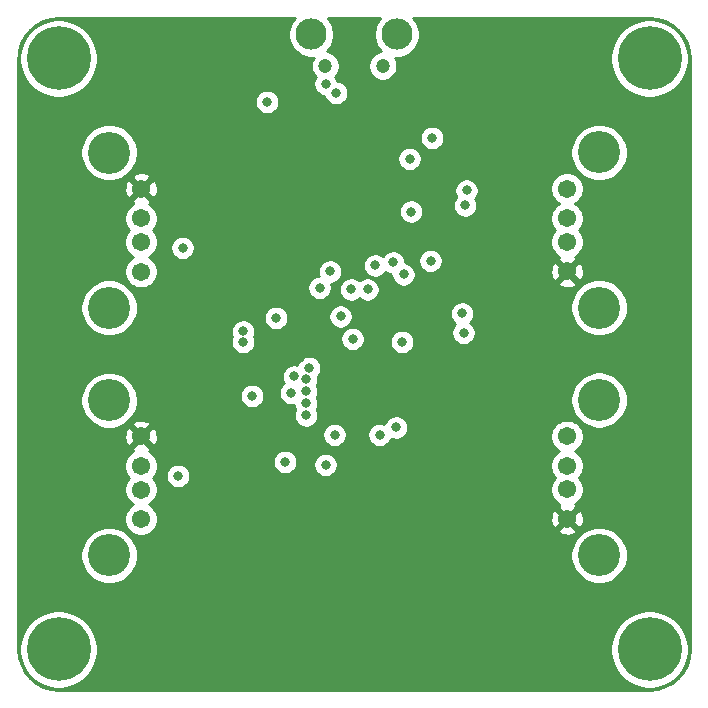
<source format=gbr>
%TF.GenerationSoftware,KiCad,Pcbnew,(5.1.10)-1*%
%TF.CreationDate,2021-08-09T12:49:03+02:00*%
%TF.ProjectId,hub,6875622e-6b69-4636-9164-5f7063625858,rev?*%
%TF.SameCoordinates,Original*%
%TF.FileFunction,Copper,L3,Inr*%
%TF.FilePolarity,Positive*%
%FSLAX46Y46*%
G04 Gerber Fmt 4.6, Leading zero omitted, Abs format (unit mm)*
G04 Created by KiCad (PCBNEW (5.1.10)-1) date 2021-08-09 12:49:03*
%MOMM*%
%LPD*%
G01*
G04 APERTURE LIST*
%TA.AperFunction,ComponentPad*%
%ADD10C,0.800000*%
%TD*%
%TA.AperFunction,ComponentPad*%
%ADD11C,5.400000*%
%TD*%
%TA.AperFunction,ComponentPad*%
%ADD12C,3.570000*%
%TD*%
%TA.AperFunction,ComponentPad*%
%ADD13C,1.545000*%
%TD*%
%TA.AperFunction,ComponentPad*%
%ADD14C,2.640000*%
%TD*%
%TA.AperFunction,ComponentPad*%
%ADD15C,1.200000*%
%TD*%
%TA.AperFunction,ViaPad*%
%ADD16C,0.800000*%
%TD*%
%TA.AperFunction,Conductor*%
%ADD17C,0.254000*%
%TD*%
%TA.AperFunction,Conductor*%
%ADD18C,0.100000*%
%TD*%
G04 APERTURE END LIST*
D10*
%TO.N,GND*%
%TO.C,H4*%
X190788891Y-53305109D03*
X189357000Y-52712000D03*
X187925109Y-53305109D03*
X187332000Y-54737000D03*
X187925109Y-56168891D03*
X189357000Y-56762000D03*
X190788891Y-56168891D03*
X191382000Y-54737000D03*
D11*
X189357000Y-54737000D03*
%TD*%
D10*
%TO.N,GND*%
%TO.C,H3*%
X140750891Y-53305109D03*
X139319000Y-52712000D03*
X137887109Y-53305109D03*
X137294000Y-54737000D03*
X137887109Y-56168891D03*
X139319000Y-56762000D03*
X140750891Y-56168891D03*
X141344000Y-54737000D03*
D11*
X139319000Y-54737000D03*
%TD*%
D10*
%TO.N,GND*%
%TO.C,H2*%
X140750891Y-103343109D03*
X139319000Y-102750000D03*
X137887109Y-103343109D03*
X137294000Y-104775000D03*
X137887109Y-106206891D03*
X139319000Y-106800000D03*
X140750891Y-106206891D03*
X141344000Y-104775000D03*
D11*
X139319000Y-104775000D03*
%TD*%
D10*
%TO.N,GND*%
%TO.C,H1*%
X190788891Y-103343109D03*
X189357000Y-102750000D03*
X187925109Y-103343109D03*
X187332000Y-104775000D03*
X187925109Y-106206891D03*
X189357000Y-106800000D03*
X190788891Y-106206891D03*
X191382000Y-104775000D03*
D11*
X189357000Y-104775000D03*
%TD*%
D12*
%TO.N,GND*%
%TO.C,J5*%
X185082000Y-62701000D03*
X185082000Y-75841000D03*
D13*
X182372000Y-65771000D03*
%TO.N,/D3_P*%
X182372000Y-68271000D03*
%TO.N,/D3_N*%
X182372000Y-70271000D03*
%TO.N,+5V*%
X182372000Y-72771000D03*
%TD*%
D12*
%TO.N,GND*%
%TO.C,J4*%
X185082000Y-83656000D03*
X185082000Y-96796000D03*
D13*
X182372000Y-86726000D03*
%TO.N,/D4_P*%
X182372000Y-89226000D03*
%TO.N,/D4_N*%
X182372000Y-91226000D03*
%TO.N,+5V*%
X182372000Y-93726000D03*
%TD*%
D12*
%TO.N,GND*%
%TO.C,J3*%
X143594000Y-96811000D03*
X143594000Y-83671000D03*
D13*
X146304000Y-93741000D03*
%TO.N,/D2_P*%
X146304000Y-91241000D03*
%TO.N,/D2_N*%
X146304000Y-89241000D03*
%TO.N,+5V*%
X146304000Y-86741000D03*
%TD*%
D12*
%TO.N,GND*%
%TO.C,J2*%
X143594000Y-75856000D03*
X143594000Y-62716000D03*
D13*
X146304000Y-72786000D03*
%TO.N,/D1_P*%
X146304000Y-70286000D03*
%TO.N,/D1_N*%
X146304000Y-68286000D03*
%TO.N,+5V*%
X146304000Y-65786000D03*
%TD*%
D14*
%TO.N,GND*%
%TO.C,J1*%
X160713000Y-52705000D03*
X167963000Y-52705000D03*
D15*
X161913000Y-55385000D03*
X166763000Y-55385000D03*
%TD*%
D16*
%TO.N,GND*%
X154940000Y-78740000D03*
X154940000Y-77851000D03*
X159258000Y-81661000D03*
X159004000Y-83058000D03*
X155702000Y-83312000D03*
X158496000Y-88900000D03*
X161925000Y-89154000D03*
X166497000Y-86614000D03*
X167894000Y-85979000D03*
X173482000Y-76327000D03*
X173609000Y-77978000D03*
X170942000Y-61468000D03*
X169037000Y-63246000D03*
X156972000Y-58420000D03*
X161925000Y-56896000D03*
X162814000Y-57658000D03*
X168529000Y-73025000D03*
X167640000Y-72009000D03*
X162306000Y-72771000D03*
X161417000Y-74168000D03*
X163195000Y-76581000D03*
X162687000Y-86614000D03*
X164211000Y-78486000D03*
%TO.N,+5V*%
X154178000Y-80137000D03*
X159766000Y-80137000D03*
X167132000Y-57531000D03*
X166243000Y-58039000D03*
X163576000Y-59944000D03*
%TO.N,+3V3*%
X160274000Y-83947000D03*
X157734000Y-76708000D03*
%TO.N,+1V8*%
X160274000Y-84963000D03*
X168402000Y-78740000D03*
%TO.N,Net-(D2-Pad2)*%
X169164000Y-67703000D03*
X173863000Y-65913000D03*
%TO.N,/DRV*%
X160513410Y-80944081D03*
X164084000Y-74295000D03*
%TO.N,Net-(D4-Pad2)*%
X173736000Y-67183000D03*
X170815000Y-71882000D03*
%TO.N,/LED_1*%
X165481000Y-74295000D03*
X160274000Y-81915000D03*
%TO.N,/LED_2*%
X166116000Y-72263000D03*
X160274000Y-82931000D03*
%TO.N,/D1_P*%
X149821153Y-70777847D03*
%TO.N,/D2_P*%
X149450683Y-90079698D03*
%TD*%
D17*
%TO.N,+5V*%
X159194453Y-51458760D02*
X158980502Y-51778960D01*
X158833130Y-52134748D01*
X158758000Y-52512449D01*
X158758000Y-52897551D01*
X158833130Y-53275252D01*
X158980502Y-53631040D01*
X159194453Y-53951240D01*
X159466760Y-54223547D01*
X159786960Y-54437498D01*
X160142748Y-54584870D01*
X160520449Y-54660000D01*
X160905551Y-54660000D01*
X160913112Y-54658496D01*
X160818557Y-54800008D01*
X160725460Y-55024764D01*
X160678000Y-55263363D01*
X160678000Y-55506637D01*
X160725460Y-55745236D01*
X160818557Y-55969992D01*
X160953713Y-56172267D01*
X161079650Y-56298204D01*
X161007795Y-56405744D01*
X160929774Y-56594102D01*
X160890000Y-56794061D01*
X160890000Y-56997939D01*
X160929774Y-57197898D01*
X161007795Y-57386256D01*
X161121063Y-57555774D01*
X161265226Y-57699937D01*
X161434744Y-57813205D01*
X161623102Y-57891226D01*
X161812612Y-57928922D01*
X161818774Y-57959898D01*
X161896795Y-58148256D01*
X162010063Y-58317774D01*
X162154226Y-58461937D01*
X162323744Y-58575205D01*
X162512102Y-58653226D01*
X162712061Y-58693000D01*
X162915939Y-58693000D01*
X163115898Y-58653226D01*
X163304256Y-58575205D01*
X163473774Y-58461937D01*
X163617937Y-58317774D01*
X163731205Y-58148256D01*
X163809226Y-57959898D01*
X163849000Y-57759939D01*
X163849000Y-57556061D01*
X163809226Y-57356102D01*
X163731205Y-57167744D01*
X163617937Y-56998226D01*
X163473774Y-56854063D01*
X163304256Y-56740795D01*
X163115898Y-56662774D01*
X162926388Y-56625078D01*
X162920226Y-56594102D01*
X162842205Y-56405744D01*
X162760737Y-56283817D01*
X162872287Y-56172267D01*
X163007443Y-55969992D01*
X163100540Y-55745236D01*
X163148000Y-55506637D01*
X163148000Y-55263363D01*
X163100540Y-55024764D01*
X163007443Y-54800008D01*
X162872287Y-54597733D01*
X162700267Y-54425713D01*
X162497992Y-54290557D01*
X162273236Y-54197460D01*
X162034637Y-54150000D01*
X162032787Y-54150000D01*
X162231547Y-53951240D01*
X162445498Y-53631040D01*
X162592870Y-53275252D01*
X162668000Y-52897551D01*
X162668000Y-52512449D01*
X162592870Y-52134748D01*
X162445498Y-51778960D01*
X162231547Y-51458760D01*
X162105787Y-51333000D01*
X166570213Y-51333000D01*
X166444453Y-51458760D01*
X166230502Y-51778960D01*
X166083130Y-52134748D01*
X166008000Y-52512449D01*
X166008000Y-52897551D01*
X166083130Y-53275252D01*
X166230502Y-53631040D01*
X166444453Y-53951240D01*
X166643213Y-54150000D01*
X166641363Y-54150000D01*
X166402764Y-54197460D01*
X166178008Y-54290557D01*
X165975733Y-54425713D01*
X165803713Y-54597733D01*
X165668557Y-54800008D01*
X165575460Y-55024764D01*
X165528000Y-55263363D01*
X165528000Y-55506637D01*
X165575460Y-55745236D01*
X165668557Y-55969992D01*
X165803713Y-56172267D01*
X165975733Y-56344287D01*
X166178008Y-56479443D01*
X166402764Y-56572540D01*
X166641363Y-56620000D01*
X166884637Y-56620000D01*
X167123236Y-56572540D01*
X167347992Y-56479443D01*
X167550267Y-56344287D01*
X167722287Y-56172267D01*
X167857443Y-55969992D01*
X167950540Y-55745236D01*
X167998000Y-55506637D01*
X167998000Y-55263363D01*
X167950540Y-55024764D01*
X167857443Y-54800008D01*
X167762888Y-54658496D01*
X167770449Y-54660000D01*
X168155551Y-54660000D01*
X168533252Y-54584870D01*
X168889040Y-54437498D01*
X168932392Y-54408531D01*
X186022000Y-54408531D01*
X186022000Y-55065469D01*
X186150162Y-55709784D01*
X186401561Y-56316715D01*
X186766536Y-56862939D01*
X187231061Y-57327464D01*
X187777285Y-57692439D01*
X188384216Y-57943838D01*
X189028531Y-58072000D01*
X189685469Y-58072000D01*
X190329784Y-57943838D01*
X190936715Y-57692439D01*
X191482939Y-57327464D01*
X191947464Y-56862939D01*
X192312439Y-56316715D01*
X192563838Y-55709784D01*
X192692000Y-55065469D01*
X192692000Y-54408531D01*
X192563838Y-53764216D01*
X192312439Y-53157285D01*
X191947464Y-52611061D01*
X191482939Y-52146536D01*
X190936715Y-51781561D01*
X190329784Y-51530162D01*
X189685469Y-51402000D01*
X189028531Y-51402000D01*
X188384216Y-51530162D01*
X187777285Y-51781561D01*
X187231061Y-52146536D01*
X186766536Y-52611061D01*
X186401561Y-53157285D01*
X186150162Y-53764216D01*
X186022000Y-54408531D01*
X168932392Y-54408531D01*
X169209240Y-54223547D01*
X169481547Y-53951240D01*
X169695498Y-53631040D01*
X169842870Y-53275252D01*
X169918000Y-52897551D01*
X169918000Y-52512449D01*
X169842870Y-52134748D01*
X169695498Y-51778960D01*
X169481547Y-51458760D01*
X169355787Y-51333000D01*
X189324721Y-51333000D01*
X190017558Y-51400933D01*
X190652960Y-51592772D01*
X191238994Y-51904373D01*
X191753347Y-52323870D01*
X192176419Y-52835275D01*
X192492104Y-53419123D01*
X192688375Y-54053170D01*
X192761000Y-54744155D01*
X192761001Y-104742712D01*
X192693067Y-105435558D01*
X192501228Y-106070958D01*
X192189630Y-106656991D01*
X191770130Y-107171347D01*
X191258725Y-107594419D01*
X190674878Y-107910103D01*
X190040830Y-108106375D01*
X189349845Y-108179000D01*
X139351278Y-108179000D01*
X138658442Y-108111067D01*
X138023042Y-107919228D01*
X137437009Y-107607630D01*
X136922653Y-107188130D01*
X136499581Y-106676725D01*
X136183897Y-106092878D01*
X135987625Y-105458830D01*
X135915000Y-104767845D01*
X135915000Y-104446531D01*
X135984000Y-104446531D01*
X135984000Y-105103469D01*
X136112162Y-105747784D01*
X136363561Y-106354715D01*
X136728536Y-106900939D01*
X137193061Y-107365464D01*
X137739285Y-107730439D01*
X138346216Y-107981838D01*
X138990531Y-108110000D01*
X139647469Y-108110000D01*
X140291784Y-107981838D01*
X140898715Y-107730439D01*
X141444939Y-107365464D01*
X141909464Y-106900939D01*
X142274439Y-106354715D01*
X142525838Y-105747784D01*
X142654000Y-105103469D01*
X142654000Y-104446531D01*
X186022000Y-104446531D01*
X186022000Y-105103469D01*
X186150162Y-105747784D01*
X186401561Y-106354715D01*
X186766536Y-106900939D01*
X187231061Y-107365464D01*
X187777285Y-107730439D01*
X188384216Y-107981838D01*
X189028531Y-108110000D01*
X189685469Y-108110000D01*
X190329784Y-107981838D01*
X190936715Y-107730439D01*
X191482939Y-107365464D01*
X191947464Y-106900939D01*
X192312439Y-106354715D01*
X192563838Y-105747784D01*
X192692000Y-105103469D01*
X192692000Y-104446531D01*
X192563838Y-103802216D01*
X192312439Y-103195285D01*
X191947464Y-102649061D01*
X191482939Y-102184536D01*
X190936715Y-101819561D01*
X190329784Y-101568162D01*
X189685469Y-101440000D01*
X189028531Y-101440000D01*
X188384216Y-101568162D01*
X187777285Y-101819561D01*
X187231061Y-102184536D01*
X186766536Y-102649061D01*
X186401561Y-103195285D01*
X186150162Y-103802216D01*
X186022000Y-104446531D01*
X142654000Y-104446531D01*
X142525838Y-103802216D01*
X142274439Y-103195285D01*
X141909464Y-102649061D01*
X141444939Y-102184536D01*
X140898715Y-101819561D01*
X140291784Y-101568162D01*
X139647469Y-101440000D01*
X138990531Y-101440000D01*
X138346216Y-101568162D01*
X137739285Y-101819561D01*
X137193061Y-102184536D01*
X136728536Y-102649061D01*
X136363561Y-103195285D01*
X136112162Y-103802216D01*
X135984000Y-104446531D01*
X135915000Y-104446531D01*
X135915000Y-96572651D01*
X141174000Y-96572651D01*
X141174000Y-97049349D01*
X141267000Y-97516888D01*
X141449424Y-97957300D01*
X141714264Y-98353660D01*
X142051340Y-98690736D01*
X142447700Y-98955576D01*
X142888112Y-99138000D01*
X143355651Y-99231000D01*
X143832349Y-99231000D01*
X144299888Y-99138000D01*
X144740300Y-98955576D01*
X145136660Y-98690736D01*
X145473736Y-98353660D01*
X145738576Y-97957300D01*
X145921000Y-97516888D01*
X146014000Y-97049349D01*
X146014000Y-96572651D01*
X146011017Y-96557651D01*
X182662000Y-96557651D01*
X182662000Y-97034349D01*
X182755000Y-97501888D01*
X182937424Y-97942300D01*
X183202264Y-98338660D01*
X183539340Y-98675736D01*
X183935700Y-98940576D01*
X184376112Y-99123000D01*
X184843651Y-99216000D01*
X185320349Y-99216000D01*
X185787888Y-99123000D01*
X186228300Y-98940576D01*
X186624660Y-98675736D01*
X186961736Y-98338660D01*
X187226576Y-97942300D01*
X187409000Y-97501888D01*
X187502000Y-97034349D01*
X187502000Y-96557651D01*
X187409000Y-96090112D01*
X187226576Y-95649700D01*
X186961736Y-95253340D01*
X186624660Y-94916264D01*
X186228300Y-94651424D01*
X185787888Y-94469000D01*
X185320349Y-94376000D01*
X184843651Y-94376000D01*
X184376112Y-94469000D01*
X183935700Y-94651424D01*
X183539340Y-94916264D01*
X183202264Y-95253340D01*
X182937424Y-95649700D01*
X182755000Y-96090112D01*
X182662000Y-96557651D01*
X146011017Y-96557651D01*
X145921000Y-96105112D01*
X145738576Y-95664700D01*
X145473736Y-95268340D01*
X145136660Y-94931264D01*
X144740300Y-94666424D01*
X144299888Y-94484000D01*
X143832349Y-94391000D01*
X143355651Y-94391000D01*
X142888112Y-94484000D01*
X142447700Y-94666424D01*
X142051340Y-94931264D01*
X141714264Y-95268340D01*
X141449424Y-95664700D01*
X141267000Y-96105112D01*
X141174000Y-96572651D01*
X135915000Y-96572651D01*
X135915000Y-89102373D01*
X144896500Y-89102373D01*
X144896500Y-89379627D01*
X144950590Y-89651553D01*
X145056690Y-89907701D01*
X145210724Y-90138229D01*
X145313495Y-90241000D01*
X145210724Y-90343771D01*
X145056690Y-90574299D01*
X144950590Y-90830447D01*
X144896500Y-91102373D01*
X144896500Y-91379627D01*
X144950590Y-91651553D01*
X145056690Y-91907701D01*
X145210724Y-92138229D01*
X145406771Y-92334276D01*
X145637299Y-92488310D01*
X145643793Y-92491000D01*
X145637299Y-92493690D01*
X145406771Y-92647724D01*
X145210724Y-92843771D01*
X145056690Y-93074299D01*
X144950590Y-93330447D01*
X144896500Y-93602373D01*
X144896500Y-93879627D01*
X144950590Y-94151553D01*
X145056690Y-94407701D01*
X145210724Y-94638229D01*
X145406771Y-94834276D01*
X145637299Y-94988310D01*
X145893447Y-95094410D01*
X146165373Y-95148500D01*
X146442627Y-95148500D01*
X146714553Y-95094410D01*
X146970701Y-94988310D01*
X147201229Y-94834276D01*
X147336441Y-94699064D01*
X181578541Y-94699064D01*
X181646793Y-94940227D01*
X181897611Y-95058377D01*
X182166660Y-95125324D01*
X182443600Y-95138496D01*
X182717788Y-95097387D01*
X182978688Y-95003576D01*
X183097207Y-94940227D01*
X183165459Y-94699064D01*
X182372000Y-93905605D01*
X181578541Y-94699064D01*
X147336441Y-94699064D01*
X147397276Y-94638229D01*
X147551310Y-94407701D01*
X147657410Y-94151553D01*
X147711500Y-93879627D01*
X147711500Y-93797600D01*
X180959504Y-93797600D01*
X181000613Y-94071788D01*
X181094424Y-94332688D01*
X181157773Y-94451207D01*
X181398936Y-94519459D01*
X182192395Y-93726000D01*
X182551605Y-93726000D01*
X183345064Y-94519459D01*
X183586227Y-94451207D01*
X183704377Y-94200389D01*
X183771324Y-93931340D01*
X183784496Y-93654400D01*
X183743387Y-93380212D01*
X183649576Y-93119312D01*
X183586227Y-93000793D01*
X183345064Y-92932541D01*
X182551605Y-93726000D01*
X182192395Y-93726000D01*
X181398936Y-92932541D01*
X181157773Y-93000793D01*
X181039623Y-93251611D01*
X180972676Y-93520660D01*
X180959504Y-93797600D01*
X147711500Y-93797600D01*
X147711500Y-93602373D01*
X147657410Y-93330447D01*
X147551310Y-93074299D01*
X147397276Y-92843771D01*
X147201229Y-92647724D01*
X146970701Y-92493690D01*
X146964207Y-92491000D01*
X146970701Y-92488310D01*
X147201229Y-92334276D01*
X147397276Y-92138229D01*
X147551310Y-91907701D01*
X147657410Y-91651553D01*
X147711500Y-91379627D01*
X147711500Y-91102373D01*
X147657410Y-90830447D01*
X147551310Y-90574299D01*
X147397276Y-90343771D01*
X147294505Y-90241000D01*
X147397276Y-90138229D01*
X147504498Y-89977759D01*
X148415683Y-89977759D01*
X148415683Y-90181637D01*
X148455457Y-90381596D01*
X148533478Y-90569954D01*
X148646746Y-90739472D01*
X148790909Y-90883635D01*
X148960427Y-90996903D01*
X149148785Y-91074924D01*
X149348744Y-91114698D01*
X149552622Y-91114698D01*
X149752581Y-91074924D01*
X149940939Y-90996903D01*
X150110457Y-90883635D01*
X150254620Y-90739472D01*
X150367888Y-90569954D01*
X150445909Y-90381596D01*
X150485683Y-90181637D01*
X150485683Y-89977759D01*
X150445909Y-89777800D01*
X150367888Y-89589442D01*
X150254620Y-89419924D01*
X150110457Y-89275761D01*
X149940939Y-89162493D01*
X149752581Y-89084472D01*
X149552622Y-89044698D01*
X149348744Y-89044698D01*
X149148785Y-89084472D01*
X148960427Y-89162493D01*
X148790909Y-89275761D01*
X148646746Y-89419924D01*
X148533478Y-89589442D01*
X148455457Y-89777800D01*
X148415683Y-89977759D01*
X147504498Y-89977759D01*
X147551310Y-89907701D01*
X147657410Y-89651553D01*
X147711500Y-89379627D01*
X147711500Y-89102373D01*
X147657410Y-88830447D01*
X147643996Y-88798061D01*
X157461000Y-88798061D01*
X157461000Y-89001939D01*
X157500774Y-89201898D01*
X157578795Y-89390256D01*
X157692063Y-89559774D01*
X157836226Y-89703937D01*
X158005744Y-89817205D01*
X158194102Y-89895226D01*
X158394061Y-89935000D01*
X158597939Y-89935000D01*
X158797898Y-89895226D01*
X158986256Y-89817205D01*
X159155774Y-89703937D01*
X159299937Y-89559774D01*
X159413205Y-89390256D01*
X159491226Y-89201898D01*
X159521030Y-89052061D01*
X160890000Y-89052061D01*
X160890000Y-89255939D01*
X160929774Y-89455898D01*
X161007795Y-89644256D01*
X161121063Y-89813774D01*
X161265226Y-89957937D01*
X161434744Y-90071205D01*
X161623102Y-90149226D01*
X161823061Y-90189000D01*
X162026939Y-90189000D01*
X162226898Y-90149226D01*
X162415256Y-90071205D01*
X162584774Y-89957937D01*
X162728937Y-89813774D01*
X162842205Y-89644256D01*
X162920226Y-89455898D01*
X162960000Y-89255939D01*
X162960000Y-89052061D01*
X162920226Y-88852102D01*
X162842205Y-88663744D01*
X162728937Y-88494226D01*
X162584774Y-88350063D01*
X162415256Y-88236795D01*
X162226898Y-88158774D01*
X162026939Y-88119000D01*
X161823061Y-88119000D01*
X161623102Y-88158774D01*
X161434744Y-88236795D01*
X161265226Y-88350063D01*
X161121063Y-88494226D01*
X161007795Y-88663744D01*
X160929774Y-88852102D01*
X160890000Y-89052061D01*
X159521030Y-89052061D01*
X159531000Y-89001939D01*
X159531000Y-88798061D01*
X159491226Y-88598102D01*
X159413205Y-88409744D01*
X159299937Y-88240226D01*
X159155774Y-88096063D01*
X158986256Y-87982795D01*
X158797898Y-87904774D01*
X158597939Y-87865000D01*
X158394061Y-87865000D01*
X158194102Y-87904774D01*
X158005744Y-87982795D01*
X157836226Y-88096063D01*
X157692063Y-88240226D01*
X157578795Y-88409744D01*
X157500774Y-88598102D01*
X157461000Y-88798061D01*
X147643996Y-88798061D01*
X147551310Y-88574299D01*
X147397276Y-88343771D01*
X147201229Y-88147724D01*
X146970701Y-87993690D01*
X146963121Y-87990550D01*
X147029207Y-87955227D01*
X147097459Y-87714064D01*
X146304000Y-86920605D01*
X145510541Y-87714064D01*
X145578793Y-87955227D01*
X145649615Y-87988588D01*
X145637299Y-87993690D01*
X145406771Y-88147724D01*
X145210724Y-88343771D01*
X145056690Y-88574299D01*
X144950590Y-88830447D01*
X144896500Y-89102373D01*
X135915000Y-89102373D01*
X135915000Y-86812600D01*
X144891504Y-86812600D01*
X144932613Y-87086788D01*
X145026424Y-87347688D01*
X145089773Y-87466207D01*
X145330936Y-87534459D01*
X146124395Y-86741000D01*
X146483605Y-86741000D01*
X147277064Y-87534459D01*
X147518227Y-87466207D01*
X147636377Y-87215389D01*
X147703324Y-86946340D01*
X147716496Y-86669400D01*
X147692907Y-86512061D01*
X161652000Y-86512061D01*
X161652000Y-86715939D01*
X161691774Y-86915898D01*
X161769795Y-87104256D01*
X161883063Y-87273774D01*
X162027226Y-87417937D01*
X162196744Y-87531205D01*
X162385102Y-87609226D01*
X162585061Y-87649000D01*
X162788939Y-87649000D01*
X162988898Y-87609226D01*
X163177256Y-87531205D01*
X163346774Y-87417937D01*
X163490937Y-87273774D01*
X163604205Y-87104256D01*
X163682226Y-86915898D01*
X163722000Y-86715939D01*
X163722000Y-86512061D01*
X165462000Y-86512061D01*
X165462000Y-86715939D01*
X165501774Y-86915898D01*
X165579795Y-87104256D01*
X165693063Y-87273774D01*
X165837226Y-87417937D01*
X166006744Y-87531205D01*
X166195102Y-87609226D01*
X166395061Y-87649000D01*
X166598939Y-87649000D01*
X166798898Y-87609226D01*
X166987256Y-87531205D01*
X167156774Y-87417937D01*
X167300937Y-87273774D01*
X167414205Y-87104256D01*
X167486231Y-86930372D01*
X167592102Y-86974226D01*
X167792061Y-87014000D01*
X167995939Y-87014000D01*
X168195898Y-86974226D01*
X168384256Y-86896205D01*
X168553774Y-86782937D01*
X168697937Y-86638774D01*
X168732281Y-86587373D01*
X180964500Y-86587373D01*
X180964500Y-86864627D01*
X181018590Y-87136553D01*
X181124690Y-87392701D01*
X181278724Y-87623229D01*
X181474771Y-87819276D01*
X181705299Y-87973310D01*
X181711793Y-87976000D01*
X181705299Y-87978690D01*
X181474771Y-88132724D01*
X181278724Y-88328771D01*
X181124690Y-88559299D01*
X181018590Y-88815447D01*
X180964500Y-89087373D01*
X180964500Y-89364627D01*
X181018590Y-89636553D01*
X181124690Y-89892701D01*
X181278724Y-90123229D01*
X181381495Y-90226000D01*
X181278724Y-90328771D01*
X181124690Y-90559299D01*
X181018590Y-90815447D01*
X180964500Y-91087373D01*
X180964500Y-91364627D01*
X181018590Y-91636553D01*
X181124690Y-91892701D01*
X181278724Y-92123229D01*
X181474771Y-92319276D01*
X181705299Y-92473310D01*
X181712879Y-92476450D01*
X181646793Y-92511773D01*
X181578541Y-92752936D01*
X182372000Y-93546395D01*
X183165459Y-92752936D01*
X183097207Y-92511773D01*
X183026385Y-92478412D01*
X183038701Y-92473310D01*
X183269229Y-92319276D01*
X183465276Y-92123229D01*
X183619310Y-91892701D01*
X183725410Y-91636553D01*
X183779500Y-91364627D01*
X183779500Y-91087373D01*
X183725410Y-90815447D01*
X183619310Y-90559299D01*
X183465276Y-90328771D01*
X183362505Y-90226000D01*
X183465276Y-90123229D01*
X183619310Y-89892701D01*
X183725410Y-89636553D01*
X183779500Y-89364627D01*
X183779500Y-89087373D01*
X183725410Y-88815447D01*
X183619310Y-88559299D01*
X183465276Y-88328771D01*
X183269229Y-88132724D01*
X183038701Y-87978690D01*
X183032207Y-87976000D01*
X183038701Y-87973310D01*
X183269229Y-87819276D01*
X183465276Y-87623229D01*
X183619310Y-87392701D01*
X183725410Y-87136553D01*
X183779500Y-86864627D01*
X183779500Y-86587373D01*
X183725410Y-86315447D01*
X183619310Y-86059299D01*
X183465276Y-85828771D01*
X183269229Y-85632724D01*
X183038701Y-85478690D01*
X182782553Y-85372590D01*
X182510627Y-85318500D01*
X182233373Y-85318500D01*
X181961447Y-85372590D01*
X181705299Y-85478690D01*
X181474771Y-85632724D01*
X181278724Y-85828771D01*
X181124690Y-86059299D01*
X181018590Y-86315447D01*
X180964500Y-86587373D01*
X168732281Y-86587373D01*
X168811205Y-86469256D01*
X168889226Y-86280898D01*
X168929000Y-86080939D01*
X168929000Y-85877061D01*
X168889226Y-85677102D01*
X168811205Y-85488744D01*
X168697937Y-85319226D01*
X168553774Y-85175063D01*
X168384256Y-85061795D01*
X168195898Y-84983774D01*
X167995939Y-84944000D01*
X167792061Y-84944000D01*
X167592102Y-84983774D01*
X167403744Y-85061795D01*
X167234226Y-85175063D01*
X167090063Y-85319226D01*
X166976795Y-85488744D01*
X166904769Y-85662628D01*
X166798898Y-85618774D01*
X166598939Y-85579000D01*
X166395061Y-85579000D01*
X166195102Y-85618774D01*
X166006744Y-85696795D01*
X165837226Y-85810063D01*
X165693063Y-85954226D01*
X165579795Y-86123744D01*
X165501774Y-86312102D01*
X165462000Y-86512061D01*
X163722000Y-86512061D01*
X163682226Y-86312102D01*
X163604205Y-86123744D01*
X163490937Y-85954226D01*
X163346774Y-85810063D01*
X163177256Y-85696795D01*
X162988898Y-85618774D01*
X162788939Y-85579000D01*
X162585061Y-85579000D01*
X162385102Y-85618774D01*
X162196744Y-85696795D01*
X162027226Y-85810063D01*
X161883063Y-85954226D01*
X161769795Y-86123744D01*
X161691774Y-86312102D01*
X161652000Y-86512061D01*
X147692907Y-86512061D01*
X147675387Y-86395212D01*
X147581576Y-86134312D01*
X147518227Y-86015793D01*
X147277064Y-85947541D01*
X146483605Y-86741000D01*
X146124395Y-86741000D01*
X145330936Y-85947541D01*
X145089773Y-86015793D01*
X144971623Y-86266611D01*
X144904676Y-86535660D01*
X144891504Y-86812600D01*
X135915000Y-86812600D01*
X135915000Y-83432651D01*
X141174000Y-83432651D01*
X141174000Y-83909349D01*
X141267000Y-84376888D01*
X141449424Y-84817300D01*
X141714264Y-85213660D01*
X142051340Y-85550736D01*
X142447700Y-85815576D01*
X142888112Y-85998000D01*
X143355651Y-86091000D01*
X143832349Y-86091000D01*
X144299888Y-85998000D01*
X144740300Y-85815576D01*
X144811598Y-85767936D01*
X145510541Y-85767936D01*
X146304000Y-86561395D01*
X147097459Y-85767936D01*
X147029207Y-85526773D01*
X146778389Y-85408623D01*
X146509340Y-85341676D01*
X146232400Y-85328504D01*
X145958212Y-85369613D01*
X145697312Y-85463424D01*
X145578793Y-85526773D01*
X145510541Y-85767936D01*
X144811598Y-85767936D01*
X145136660Y-85550736D01*
X145473736Y-85213660D01*
X145738576Y-84817300D01*
X145921000Y-84376888D01*
X146014000Y-83909349D01*
X146014000Y-83432651D01*
X145969724Y-83210061D01*
X154667000Y-83210061D01*
X154667000Y-83413939D01*
X154706774Y-83613898D01*
X154784795Y-83802256D01*
X154898063Y-83971774D01*
X155042226Y-84115937D01*
X155211744Y-84229205D01*
X155400102Y-84307226D01*
X155600061Y-84347000D01*
X155803939Y-84347000D01*
X156003898Y-84307226D01*
X156192256Y-84229205D01*
X156361774Y-84115937D01*
X156505937Y-83971774D01*
X156619205Y-83802256D01*
X156697226Y-83613898D01*
X156737000Y-83413939D01*
X156737000Y-83210061D01*
X156697226Y-83010102D01*
X156674842Y-82956061D01*
X157969000Y-82956061D01*
X157969000Y-83159939D01*
X158008774Y-83359898D01*
X158086795Y-83548256D01*
X158200063Y-83717774D01*
X158344226Y-83861937D01*
X158513744Y-83975205D01*
X158702102Y-84053226D01*
X158902061Y-84093000D01*
X159105939Y-84093000D01*
X159242366Y-84065863D01*
X159278774Y-84248898D01*
X159356795Y-84437256D01*
X159368651Y-84455000D01*
X159356795Y-84472744D01*
X159278774Y-84661102D01*
X159239000Y-84861061D01*
X159239000Y-85064939D01*
X159278774Y-85264898D01*
X159356795Y-85453256D01*
X159470063Y-85622774D01*
X159614226Y-85766937D01*
X159783744Y-85880205D01*
X159972102Y-85958226D01*
X160172061Y-85998000D01*
X160375939Y-85998000D01*
X160575898Y-85958226D01*
X160764256Y-85880205D01*
X160933774Y-85766937D01*
X161077937Y-85622774D01*
X161191205Y-85453256D01*
X161269226Y-85264898D01*
X161309000Y-85064939D01*
X161309000Y-84861061D01*
X161269226Y-84661102D01*
X161191205Y-84472744D01*
X161179349Y-84455000D01*
X161191205Y-84437256D01*
X161269226Y-84248898D01*
X161309000Y-84048939D01*
X161309000Y-83845061D01*
X161269226Y-83645102D01*
X161191205Y-83456744D01*
X161179349Y-83439000D01*
X161191205Y-83421256D01*
X161192698Y-83417651D01*
X182662000Y-83417651D01*
X182662000Y-83894349D01*
X182755000Y-84361888D01*
X182937424Y-84802300D01*
X183202264Y-85198660D01*
X183539340Y-85535736D01*
X183935700Y-85800576D01*
X184376112Y-85983000D01*
X184843651Y-86076000D01*
X185320349Y-86076000D01*
X185787888Y-85983000D01*
X186228300Y-85800576D01*
X186624660Y-85535736D01*
X186961736Y-85198660D01*
X187226576Y-84802300D01*
X187409000Y-84361888D01*
X187502000Y-83894349D01*
X187502000Y-83417651D01*
X187409000Y-82950112D01*
X187226576Y-82509700D01*
X186961736Y-82113340D01*
X186624660Y-81776264D01*
X186228300Y-81511424D01*
X185787888Y-81329000D01*
X185320349Y-81236000D01*
X184843651Y-81236000D01*
X184376112Y-81329000D01*
X183935700Y-81511424D01*
X183539340Y-81776264D01*
X183202264Y-82113340D01*
X182937424Y-82509700D01*
X182755000Y-82950112D01*
X182662000Y-83417651D01*
X161192698Y-83417651D01*
X161269226Y-83232898D01*
X161309000Y-83032939D01*
X161309000Y-82829061D01*
X161269226Y-82629102D01*
X161191205Y-82440744D01*
X161179349Y-82423000D01*
X161191205Y-82405256D01*
X161269226Y-82216898D01*
X161309000Y-82016939D01*
X161309000Y-81813061D01*
X161275676Y-81645526D01*
X161317347Y-81603855D01*
X161430615Y-81434337D01*
X161508636Y-81245979D01*
X161548410Y-81046020D01*
X161548410Y-80842142D01*
X161508636Y-80642183D01*
X161430615Y-80453825D01*
X161317347Y-80284307D01*
X161173184Y-80140144D01*
X161003666Y-80026876D01*
X160815308Y-79948855D01*
X160615349Y-79909081D01*
X160411471Y-79909081D01*
X160211512Y-79948855D01*
X160023154Y-80026876D01*
X159853636Y-80140144D01*
X159709473Y-80284307D01*
X159596205Y-80453825D01*
X159518184Y-80642183D01*
X159515258Y-80656895D01*
X159359939Y-80626000D01*
X159156061Y-80626000D01*
X158956102Y-80665774D01*
X158767744Y-80743795D01*
X158598226Y-80857063D01*
X158454063Y-81001226D01*
X158340795Y-81170744D01*
X158262774Y-81359102D01*
X158223000Y-81559061D01*
X158223000Y-81762939D01*
X158262774Y-81962898D01*
X158340795Y-82151256D01*
X158389345Y-82223916D01*
X158344226Y-82254063D01*
X158200063Y-82398226D01*
X158086795Y-82567744D01*
X158008774Y-82756102D01*
X157969000Y-82956061D01*
X156674842Y-82956061D01*
X156619205Y-82821744D01*
X156505937Y-82652226D01*
X156361774Y-82508063D01*
X156192256Y-82394795D01*
X156003898Y-82316774D01*
X155803939Y-82277000D01*
X155600061Y-82277000D01*
X155400102Y-82316774D01*
X155211744Y-82394795D01*
X155042226Y-82508063D01*
X154898063Y-82652226D01*
X154784795Y-82821744D01*
X154706774Y-83010102D01*
X154667000Y-83210061D01*
X145969724Y-83210061D01*
X145921000Y-82965112D01*
X145738576Y-82524700D01*
X145473736Y-82128340D01*
X145136660Y-81791264D01*
X144740300Y-81526424D01*
X144299888Y-81344000D01*
X143832349Y-81251000D01*
X143355651Y-81251000D01*
X142888112Y-81344000D01*
X142447700Y-81526424D01*
X142051340Y-81791264D01*
X141714264Y-82128340D01*
X141449424Y-82524700D01*
X141267000Y-82965112D01*
X141174000Y-83432651D01*
X135915000Y-83432651D01*
X135915000Y-75617651D01*
X141174000Y-75617651D01*
X141174000Y-76094349D01*
X141267000Y-76561888D01*
X141449424Y-77002300D01*
X141714264Y-77398660D01*
X142051340Y-77735736D01*
X142447700Y-78000576D01*
X142888112Y-78183000D01*
X143355651Y-78276000D01*
X143832349Y-78276000D01*
X144299888Y-78183000D01*
X144740300Y-78000576D01*
X145116717Y-77749061D01*
X153905000Y-77749061D01*
X153905000Y-77952939D01*
X153944774Y-78152898D01*
X154003842Y-78295500D01*
X153944774Y-78438102D01*
X153905000Y-78638061D01*
X153905000Y-78841939D01*
X153944774Y-79041898D01*
X154022795Y-79230256D01*
X154136063Y-79399774D01*
X154280226Y-79543937D01*
X154449744Y-79657205D01*
X154638102Y-79735226D01*
X154838061Y-79775000D01*
X155041939Y-79775000D01*
X155241898Y-79735226D01*
X155430256Y-79657205D01*
X155599774Y-79543937D01*
X155743937Y-79399774D01*
X155857205Y-79230256D01*
X155935226Y-79041898D01*
X155975000Y-78841939D01*
X155975000Y-78638061D01*
X155935226Y-78438102D01*
X155912842Y-78384061D01*
X163176000Y-78384061D01*
X163176000Y-78587939D01*
X163215774Y-78787898D01*
X163293795Y-78976256D01*
X163407063Y-79145774D01*
X163551226Y-79289937D01*
X163720744Y-79403205D01*
X163909102Y-79481226D01*
X164109061Y-79521000D01*
X164312939Y-79521000D01*
X164512898Y-79481226D01*
X164701256Y-79403205D01*
X164870774Y-79289937D01*
X165014937Y-79145774D01*
X165128205Y-78976256D01*
X165206226Y-78787898D01*
X165236030Y-78638061D01*
X167367000Y-78638061D01*
X167367000Y-78841939D01*
X167406774Y-79041898D01*
X167484795Y-79230256D01*
X167598063Y-79399774D01*
X167742226Y-79543937D01*
X167911744Y-79657205D01*
X168100102Y-79735226D01*
X168300061Y-79775000D01*
X168503939Y-79775000D01*
X168703898Y-79735226D01*
X168892256Y-79657205D01*
X169061774Y-79543937D01*
X169205937Y-79399774D01*
X169319205Y-79230256D01*
X169397226Y-79041898D01*
X169437000Y-78841939D01*
X169437000Y-78638061D01*
X169397226Y-78438102D01*
X169319205Y-78249744D01*
X169205937Y-78080226D01*
X169061774Y-77936063D01*
X168892256Y-77822795D01*
X168703898Y-77744774D01*
X168503939Y-77705000D01*
X168300061Y-77705000D01*
X168100102Y-77744774D01*
X167911744Y-77822795D01*
X167742226Y-77936063D01*
X167598063Y-78080226D01*
X167484795Y-78249744D01*
X167406774Y-78438102D01*
X167367000Y-78638061D01*
X165236030Y-78638061D01*
X165246000Y-78587939D01*
X165246000Y-78384061D01*
X165206226Y-78184102D01*
X165128205Y-77995744D01*
X165014937Y-77826226D01*
X164870774Y-77682063D01*
X164701256Y-77568795D01*
X164512898Y-77490774D01*
X164312939Y-77451000D01*
X164109061Y-77451000D01*
X163909102Y-77490774D01*
X163720744Y-77568795D01*
X163551226Y-77682063D01*
X163407063Y-77826226D01*
X163293795Y-77995744D01*
X163215774Y-78184102D01*
X163176000Y-78384061D01*
X155912842Y-78384061D01*
X155876158Y-78295500D01*
X155935226Y-78152898D01*
X155975000Y-77952939D01*
X155975000Y-77749061D01*
X155935226Y-77549102D01*
X155857205Y-77360744D01*
X155743937Y-77191226D01*
X155599774Y-77047063D01*
X155430256Y-76933795D01*
X155241898Y-76855774D01*
X155041939Y-76816000D01*
X154838061Y-76816000D01*
X154638102Y-76855774D01*
X154449744Y-76933795D01*
X154280226Y-77047063D01*
X154136063Y-77191226D01*
X154022795Y-77360744D01*
X153944774Y-77549102D01*
X153905000Y-77749061D01*
X145116717Y-77749061D01*
X145136660Y-77735736D01*
X145473736Y-77398660D01*
X145738576Y-77002300D01*
X145902703Y-76606061D01*
X156699000Y-76606061D01*
X156699000Y-76809939D01*
X156738774Y-77009898D01*
X156816795Y-77198256D01*
X156930063Y-77367774D01*
X157074226Y-77511937D01*
X157243744Y-77625205D01*
X157432102Y-77703226D01*
X157632061Y-77743000D01*
X157835939Y-77743000D01*
X158035898Y-77703226D01*
X158224256Y-77625205D01*
X158393774Y-77511937D01*
X158537937Y-77367774D01*
X158651205Y-77198256D01*
X158729226Y-77009898D01*
X158769000Y-76809939D01*
X158769000Y-76606061D01*
X158743739Y-76479061D01*
X162160000Y-76479061D01*
X162160000Y-76682939D01*
X162199774Y-76882898D01*
X162277795Y-77071256D01*
X162391063Y-77240774D01*
X162535226Y-77384937D01*
X162704744Y-77498205D01*
X162893102Y-77576226D01*
X163093061Y-77616000D01*
X163296939Y-77616000D01*
X163496898Y-77576226D01*
X163685256Y-77498205D01*
X163854774Y-77384937D01*
X163998937Y-77240774D01*
X164112205Y-77071256D01*
X164190226Y-76882898D01*
X164230000Y-76682939D01*
X164230000Y-76479061D01*
X164190226Y-76279102D01*
X164167842Y-76225061D01*
X172447000Y-76225061D01*
X172447000Y-76428939D01*
X172486774Y-76628898D01*
X172564795Y-76817256D01*
X172678063Y-76986774D01*
X172822226Y-77130937D01*
X172924209Y-77199080D01*
X172805063Y-77318226D01*
X172691795Y-77487744D01*
X172613774Y-77676102D01*
X172574000Y-77876061D01*
X172574000Y-78079939D01*
X172613774Y-78279898D01*
X172691795Y-78468256D01*
X172805063Y-78637774D01*
X172949226Y-78781937D01*
X173118744Y-78895205D01*
X173307102Y-78973226D01*
X173507061Y-79013000D01*
X173710939Y-79013000D01*
X173910898Y-78973226D01*
X174099256Y-78895205D01*
X174268774Y-78781937D01*
X174412937Y-78637774D01*
X174526205Y-78468256D01*
X174604226Y-78279898D01*
X174644000Y-78079939D01*
X174644000Y-77876061D01*
X174604226Y-77676102D01*
X174526205Y-77487744D01*
X174412937Y-77318226D01*
X174268774Y-77174063D01*
X174166791Y-77105920D01*
X174285937Y-76986774D01*
X174399205Y-76817256D01*
X174477226Y-76628898D01*
X174517000Y-76428939D01*
X174517000Y-76225061D01*
X174477226Y-76025102D01*
X174399205Y-75836744D01*
X174285937Y-75667226D01*
X174221362Y-75602651D01*
X182662000Y-75602651D01*
X182662000Y-76079349D01*
X182755000Y-76546888D01*
X182937424Y-76987300D01*
X183202264Y-77383660D01*
X183539340Y-77720736D01*
X183935700Y-77985576D01*
X184376112Y-78168000D01*
X184843651Y-78261000D01*
X185320349Y-78261000D01*
X185787888Y-78168000D01*
X186228300Y-77985576D01*
X186624660Y-77720736D01*
X186961736Y-77383660D01*
X187226576Y-76987300D01*
X187409000Y-76546888D01*
X187502000Y-76079349D01*
X187502000Y-75602651D01*
X187409000Y-75135112D01*
X187226576Y-74694700D01*
X186961736Y-74298340D01*
X186624660Y-73961264D01*
X186228300Y-73696424D01*
X185787888Y-73514000D01*
X185320349Y-73421000D01*
X184843651Y-73421000D01*
X184376112Y-73514000D01*
X183935700Y-73696424D01*
X183539340Y-73961264D01*
X183202264Y-74298340D01*
X182937424Y-74694700D01*
X182755000Y-75135112D01*
X182662000Y-75602651D01*
X174221362Y-75602651D01*
X174141774Y-75523063D01*
X173972256Y-75409795D01*
X173783898Y-75331774D01*
X173583939Y-75292000D01*
X173380061Y-75292000D01*
X173180102Y-75331774D01*
X172991744Y-75409795D01*
X172822226Y-75523063D01*
X172678063Y-75667226D01*
X172564795Y-75836744D01*
X172486774Y-76025102D01*
X172447000Y-76225061D01*
X164167842Y-76225061D01*
X164112205Y-76090744D01*
X163998937Y-75921226D01*
X163854774Y-75777063D01*
X163685256Y-75663795D01*
X163496898Y-75585774D01*
X163296939Y-75546000D01*
X163093061Y-75546000D01*
X162893102Y-75585774D01*
X162704744Y-75663795D01*
X162535226Y-75777063D01*
X162391063Y-75921226D01*
X162277795Y-76090744D01*
X162199774Y-76279102D01*
X162160000Y-76479061D01*
X158743739Y-76479061D01*
X158729226Y-76406102D01*
X158651205Y-76217744D01*
X158537937Y-76048226D01*
X158393774Y-75904063D01*
X158224256Y-75790795D01*
X158035898Y-75712774D01*
X157835939Y-75673000D01*
X157632061Y-75673000D01*
X157432102Y-75712774D01*
X157243744Y-75790795D01*
X157074226Y-75904063D01*
X156930063Y-76048226D01*
X156816795Y-76217744D01*
X156738774Y-76406102D01*
X156699000Y-76606061D01*
X145902703Y-76606061D01*
X145921000Y-76561888D01*
X146014000Y-76094349D01*
X146014000Y-75617651D01*
X145921000Y-75150112D01*
X145738576Y-74709700D01*
X145473736Y-74313340D01*
X145136660Y-73976264D01*
X144740300Y-73711424D01*
X144299888Y-73529000D01*
X143832349Y-73436000D01*
X143355651Y-73436000D01*
X142888112Y-73529000D01*
X142447700Y-73711424D01*
X142051340Y-73976264D01*
X141714264Y-74313340D01*
X141449424Y-74709700D01*
X141267000Y-75150112D01*
X141174000Y-75617651D01*
X135915000Y-75617651D01*
X135915000Y-68147373D01*
X144896500Y-68147373D01*
X144896500Y-68424627D01*
X144950590Y-68696553D01*
X145056690Y-68952701D01*
X145210724Y-69183229D01*
X145313495Y-69286000D01*
X145210724Y-69388771D01*
X145056690Y-69619299D01*
X144950590Y-69875447D01*
X144896500Y-70147373D01*
X144896500Y-70424627D01*
X144950590Y-70696553D01*
X145056690Y-70952701D01*
X145210724Y-71183229D01*
X145406771Y-71379276D01*
X145637299Y-71533310D01*
X145643793Y-71536000D01*
X145637299Y-71538690D01*
X145406771Y-71692724D01*
X145210724Y-71888771D01*
X145056690Y-72119299D01*
X144950590Y-72375447D01*
X144896500Y-72647373D01*
X144896500Y-72924627D01*
X144950590Y-73196553D01*
X145056690Y-73452701D01*
X145210724Y-73683229D01*
X145406771Y-73879276D01*
X145637299Y-74033310D01*
X145893447Y-74139410D01*
X146165373Y-74193500D01*
X146442627Y-74193500D01*
X146714553Y-74139410D01*
X146891633Y-74066061D01*
X160382000Y-74066061D01*
X160382000Y-74269939D01*
X160421774Y-74469898D01*
X160499795Y-74658256D01*
X160613063Y-74827774D01*
X160757226Y-74971937D01*
X160926744Y-75085205D01*
X161115102Y-75163226D01*
X161315061Y-75203000D01*
X161518939Y-75203000D01*
X161718898Y-75163226D01*
X161907256Y-75085205D01*
X162076774Y-74971937D01*
X162220937Y-74827774D01*
X162334205Y-74658256D01*
X162412226Y-74469898D01*
X162452000Y-74269939D01*
X162452000Y-74193061D01*
X163049000Y-74193061D01*
X163049000Y-74396939D01*
X163088774Y-74596898D01*
X163166795Y-74785256D01*
X163280063Y-74954774D01*
X163424226Y-75098937D01*
X163593744Y-75212205D01*
X163782102Y-75290226D01*
X163982061Y-75330000D01*
X164185939Y-75330000D01*
X164385898Y-75290226D01*
X164574256Y-75212205D01*
X164743774Y-75098937D01*
X164782500Y-75060211D01*
X164821226Y-75098937D01*
X164990744Y-75212205D01*
X165179102Y-75290226D01*
X165379061Y-75330000D01*
X165582939Y-75330000D01*
X165782898Y-75290226D01*
X165971256Y-75212205D01*
X166140774Y-75098937D01*
X166284937Y-74954774D01*
X166398205Y-74785256D01*
X166476226Y-74596898D01*
X166516000Y-74396939D01*
X166516000Y-74193061D01*
X166476226Y-73993102D01*
X166398205Y-73804744D01*
X166284937Y-73635226D01*
X166140774Y-73491063D01*
X165971256Y-73377795D01*
X165782898Y-73299774D01*
X165582939Y-73260000D01*
X165379061Y-73260000D01*
X165179102Y-73299774D01*
X164990744Y-73377795D01*
X164821226Y-73491063D01*
X164782500Y-73529789D01*
X164743774Y-73491063D01*
X164574256Y-73377795D01*
X164385898Y-73299774D01*
X164185939Y-73260000D01*
X163982061Y-73260000D01*
X163782102Y-73299774D01*
X163593744Y-73377795D01*
X163424226Y-73491063D01*
X163280063Y-73635226D01*
X163166795Y-73804744D01*
X163088774Y-73993102D01*
X163049000Y-74193061D01*
X162452000Y-74193061D01*
X162452000Y-74066061D01*
X162412226Y-73866102D01*
X162387331Y-73806000D01*
X162407939Y-73806000D01*
X162607898Y-73766226D01*
X162796256Y-73688205D01*
X162965774Y-73574937D01*
X163109937Y-73430774D01*
X163223205Y-73261256D01*
X163301226Y-73072898D01*
X163341000Y-72872939D01*
X163341000Y-72669061D01*
X163301226Y-72469102D01*
X163223205Y-72280744D01*
X163143236Y-72161061D01*
X165081000Y-72161061D01*
X165081000Y-72364939D01*
X165120774Y-72564898D01*
X165198795Y-72753256D01*
X165312063Y-72922774D01*
X165456226Y-73066937D01*
X165625744Y-73180205D01*
X165814102Y-73258226D01*
X166014061Y-73298000D01*
X166217939Y-73298000D01*
X166417898Y-73258226D01*
X166606256Y-73180205D01*
X166775774Y-73066937D01*
X166919937Y-72922774D01*
X166989284Y-72818989D01*
X167149744Y-72926205D01*
X167338102Y-73004226D01*
X167494000Y-73035236D01*
X167494000Y-73126939D01*
X167533774Y-73326898D01*
X167611795Y-73515256D01*
X167725063Y-73684774D01*
X167869226Y-73828937D01*
X168038744Y-73942205D01*
X168227102Y-74020226D01*
X168427061Y-74060000D01*
X168630939Y-74060000D01*
X168830898Y-74020226D01*
X169019256Y-73942205D01*
X169188774Y-73828937D01*
X169273647Y-73744064D01*
X181578541Y-73744064D01*
X181646793Y-73985227D01*
X181897611Y-74103377D01*
X182166660Y-74170324D01*
X182443600Y-74183496D01*
X182717788Y-74142387D01*
X182978688Y-74048576D01*
X183097207Y-73985227D01*
X183165459Y-73744064D01*
X182372000Y-72950605D01*
X181578541Y-73744064D01*
X169273647Y-73744064D01*
X169332937Y-73684774D01*
X169446205Y-73515256D01*
X169524226Y-73326898D01*
X169564000Y-73126939D01*
X169564000Y-72923061D01*
X169524226Y-72723102D01*
X169446205Y-72534744D01*
X169332937Y-72365226D01*
X169188774Y-72221063D01*
X169019256Y-72107795D01*
X168830898Y-72029774D01*
X168675000Y-71998764D01*
X168675000Y-71907061D01*
X168649739Y-71780061D01*
X169780000Y-71780061D01*
X169780000Y-71983939D01*
X169819774Y-72183898D01*
X169897795Y-72372256D01*
X170011063Y-72541774D01*
X170155226Y-72685937D01*
X170324744Y-72799205D01*
X170513102Y-72877226D01*
X170713061Y-72917000D01*
X170916939Y-72917000D01*
X171116898Y-72877226D01*
X171200491Y-72842600D01*
X180959504Y-72842600D01*
X181000613Y-73116788D01*
X181094424Y-73377688D01*
X181157773Y-73496207D01*
X181398936Y-73564459D01*
X182192395Y-72771000D01*
X182551605Y-72771000D01*
X183345064Y-73564459D01*
X183586227Y-73496207D01*
X183704377Y-73245389D01*
X183771324Y-72976340D01*
X183784496Y-72699400D01*
X183743387Y-72425212D01*
X183649576Y-72164312D01*
X183586227Y-72045793D01*
X183345064Y-71977541D01*
X182551605Y-72771000D01*
X182192395Y-72771000D01*
X181398936Y-71977541D01*
X181157773Y-72045793D01*
X181039623Y-72296611D01*
X180972676Y-72565660D01*
X180959504Y-72842600D01*
X171200491Y-72842600D01*
X171305256Y-72799205D01*
X171474774Y-72685937D01*
X171618937Y-72541774D01*
X171732205Y-72372256D01*
X171810226Y-72183898D01*
X171850000Y-71983939D01*
X171850000Y-71780061D01*
X171810226Y-71580102D01*
X171732205Y-71391744D01*
X171618937Y-71222226D01*
X171474774Y-71078063D01*
X171305256Y-70964795D01*
X171116898Y-70886774D01*
X170916939Y-70847000D01*
X170713061Y-70847000D01*
X170513102Y-70886774D01*
X170324744Y-70964795D01*
X170155226Y-71078063D01*
X170011063Y-71222226D01*
X169897795Y-71391744D01*
X169819774Y-71580102D01*
X169780000Y-71780061D01*
X168649739Y-71780061D01*
X168635226Y-71707102D01*
X168557205Y-71518744D01*
X168443937Y-71349226D01*
X168299774Y-71205063D01*
X168130256Y-71091795D01*
X167941898Y-71013774D01*
X167741939Y-70974000D01*
X167538061Y-70974000D01*
X167338102Y-71013774D01*
X167149744Y-71091795D01*
X166980226Y-71205063D01*
X166836063Y-71349226D01*
X166766716Y-71453011D01*
X166606256Y-71345795D01*
X166417898Y-71267774D01*
X166217939Y-71228000D01*
X166014061Y-71228000D01*
X165814102Y-71267774D01*
X165625744Y-71345795D01*
X165456226Y-71459063D01*
X165312063Y-71603226D01*
X165198795Y-71772744D01*
X165120774Y-71961102D01*
X165081000Y-72161061D01*
X163143236Y-72161061D01*
X163109937Y-72111226D01*
X162965774Y-71967063D01*
X162796256Y-71853795D01*
X162607898Y-71775774D01*
X162407939Y-71736000D01*
X162204061Y-71736000D01*
X162004102Y-71775774D01*
X161815744Y-71853795D01*
X161646226Y-71967063D01*
X161502063Y-72111226D01*
X161388795Y-72280744D01*
X161310774Y-72469102D01*
X161271000Y-72669061D01*
X161271000Y-72872939D01*
X161310774Y-73072898D01*
X161335669Y-73133000D01*
X161315061Y-73133000D01*
X161115102Y-73172774D01*
X160926744Y-73250795D01*
X160757226Y-73364063D01*
X160613063Y-73508226D01*
X160499795Y-73677744D01*
X160421774Y-73866102D01*
X160382000Y-74066061D01*
X146891633Y-74066061D01*
X146970701Y-74033310D01*
X147201229Y-73879276D01*
X147397276Y-73683229D01*
X147551310Y-73452701D01*
X147657410Y-73196553D01*
X147711500Y-72924627D01*
X147711500Y-72647373D01*
X147657410Y-72375447D01*
X147551310Y-72119299D01*
X147397276Y-71888771D01*
X147201229Y-71692724D01*
X146970701Y-71538690D01*
X146964207Y-71536000D01*
X146970701Y-71533310D01*
X147201229Y-71379276D01*
X147397276Y-71183229D01*
X147551310Y-70952701D01*
X147657410Y-70696553D01*
X147661516Y-70675908D01*
X148786153Y-70675908D01*
X148786153Y-70879786D01*
X148825927Y-71079745D01*
X148903948Y-71268103D01*
X149017216Y-71437621D01*
X149161379Y-71581784D01*
X149330897Y-71695052D01*
X149519255Y-71773073D01*
X149719214Y-71812847D01*
X149923092Y-71812847D01*
X150123051Y-71773073D01*
X150311409Y-71695052D01*
X150480927Y-71581784D01*
X150625090Y-71437621D01*
X150738358Y-71268103D01*
X150816379Y-71079745D01*
X150856153Y-70879786D01*
X150856153Y-70675908D01*
X150816379Y-70475949D01*
X150738358Y-70287591D01*
X150625090Y-70118073D01*
X150480927Y-69973910D01*
X150311409Y-69860642D01*
X150123051Y-69782621D01*
X149923092Y-69742847D01*
X149719214Y-69742847D01*
X149519255Y-69782621D01*
X149330897Y-69860642D01*
X149161379Y-69973910D01*
X149017216Y-70118073D01*
X148903948Y-70287591D01*
X148825927Y-70475949D01*
X148786153Y-70675908D01*
X147661516Y-70675908D01*
X147711500Y-70424627D01*
X147711500Y-70147373D01*
X147657410Y-69875447D01*
X147551310Y-69619299D01*
X147397276Y-69388771D01*
X147294505Y-69286000D01*
X147397276Y-69183229D01*
X147551310Y-68952701D01*
X147657410Y-68696553D01*
X147711500Y-68424627D01*
X147711500Y-68147373D01*
X147657410Y-67875447D01*
X147551310Y-67619299D01*
X147539124Y-67601061D01*
X168129000Y-67601061D01*
X168129000Y-67804939D01*
X168168774Y-68004898D01*
X168246795Y-68193256D01*
X168360063Y-68362774D01*
X168504226Y-68506937D01*
X168673744Y-68620205D01*
X168862102Y-68698226D01*
X169062061Y-68738000D01*
X169265939Y-68738000D01*
X169465898Y-68698226D01*
X169654256Y-68620205D01*
X169823774Y-68506937D01*
X169967937Y-68362774D01*
X170081205Y-68193256D01*
X170159226Y-68004898D01*
X170199000Y-67804939D01*
X170199000Y-67601061D01*
X170159226Y-67401102D01*
X170081205Y-67212744D01*
X169993218Y-67081061D01*
X172701000Y-67081061D01*
X172701000Y-67284939D01*
X172740774Y-67484898D01*
X172818795Y-67673256D01*
X172932063Y-67842774D01*
X173076226Y-67986937D01*
X173245744Y-68100205D01*
X173434102Y-68178226D01*
X173634061Y-68218000D01*
X173837939Y-68218000D01*
X174037898Y-68178226D01*
X174226256Y-68100205D01*
X174395774Y-67986937D01*
X174539937Y-67842774D01*
X174653205Y-67673256D01*
X174731226Y-67484898D01*
X174771000Y-67284939D01*
X174771000Y-67081061D01*
X174731226Y-66881102D01*
X174653205Y-66692744D01*
X174610652Y-66629059D01*
X174666937Y-66572774D01*
X174780205Y-66403256D01*
X174858226Y-66214898D01*
X174898000Y-66014939D01*
X174898000Y-65811061D01*
X174862458Y-65632373D01*
X180964500Y-65632373D01*
X180964500Y-65909627D01*
X181018590Y-66181553D01*
X181124690Y-66437701D01*
X181278724Y-66668229D01*
X181474771Y-66864276D01*
X181705299Y-67018310D01*
X181711793Y-67021000D01*
X181705299Y-67023690D01*
X181474771Y-67177724D01*
X181278724Y-67373771D01*
X181124690Y-67604299D01*
X181018590Y-67860447D01*
X180964500Y-68132373D01*
X180964500Y-68409627D01*
X181018590Y-68681553D01*
X181124690Y-68937701D01*
X181278724Y-69168229D01*
X181381495Y-69271000D01*
X181278724Y-69373771D01*
X181124690Y-69604299D01*
X181018590Y-69860447D01*
X180964500Y-70132373D01*
X180964500Y-70409627D01*
X181018590Y-70681553D01*
X181124690Y-70937701D01*
X181278724Y-71168229D01*
X181474771Y-71364276D01*
X181705299Y-71518310D01*
X181712879Y-71521450D01*
X181646793Y-71556773D01*
X181578541Y-71797936D01*
X182372000Y-72591395D01*
X183165459Y-71797936D01*
X183097207Y-71556773D01*
X183026385Y-71523412D01*
X183038701Y-71518310D01*
X183269229Y-71364276D01*
X183465276Y-71168229D01*
X183619310Y-70937701D01*
X183725410Y-70681553D01*
X183779500Y-70409627D01*
X183779500Y-70132373D01*
X183725410Y-69860447D01*
X183619310Y-69604299D01*
X183465276Y-69373771D01*
X183362505Y-69271000D01*
X183465276Y-69168229D01*
X183619310Y-68937701D01*
X183725410Y-68681553D01*
X183779500Y-68409627D01*
X183779500Y-68132373D01*
X183725410Y-67860447D01*
X183619310Y-67604299D01*
X183465276Y-67373771D01*
X183269229Y-67177724D01*
X183038701Y-67023690D01*
X183032207Y-67021000D01*
X183038701Y-67018310D01*
X183269229Y-66864276D01*
X183465276Y-66668229D01*
X183619310Y-66437701D01*
X183725410Y-66181553D01*
X183779500Y-65909627D01*
X183779500Y-65632373D01*
X183725410Y-65360447D01*
X183619310Y-65104299D01*
X183465276Y-64873771D01*
X183269229Y-64677724D01*
X183038701Y-64523690D01*
X182782553Y-64417590D01*
X182510627Y-64363500D01*
X182233373Y-64363500D01*
X181961447Y-64417590D01*
X181705299Y-64523690D01*
X181474771Y-64677724D01*
X181278724Y-64873771D01*
X181124690Y-65104299D01*
X181018590Y-65360447D01*
X180964500Y-65632373D01*
X174862458Y-65632373D01*
X174858226Y-65611102D01*
X174780205Y-65422744D01*
X174666937Y-65253226D01*
X174522774Y-65109063D01*
X174353256Y-64995795D01*
X174164898Y-64917774D01*
X173964939Y-64878000D01*
X173761061Y-64878000D01*
X173561102Y-64917774D01*
X173372744Y-64995795D01*
X173203226Y-65109063D01*
X173059063Y-65253226D01*
X172945795Y-65422744D01*
X172867774Y-65611102D01*
X172828000Y-65811061D01*
X172828000Y-66014939D01*
X172867774Y-66214898D01*
X172945795Y-66403256D01*
X172988348Y-66466941D01*
X172932063Y-66523226D01*
X172818795Y-66692744D01*
X172740774Y-66881102D01*
X172701000Y-67081061D01*
X169993218Y-67081061D01*
X169967937Y-67043226D01*
X169823774Y-66899063D01*
X169654256Y-66785795D01*
X169465898Y-66707774D01*
X169265939Y-66668000D01*
X169062061Y-66668000D01*
X168862102Y-66707774D01*
X168673744Y-66785795D01*
X168504226Y-66899063D01*
X168360063Y-67043226D01*
X168246795Y-67212744D01*
X168168774Y-67401102D01*
X168129000Y-67601061D01*
X147539124Y-67601061D01*
X147397276Y-67388771D01*
X147201229Y-67192724D01*
X146970701Y-67038690D01*
X146963121Y-67035550D01*
X147029207Y-67000227D01*
X147097459Y-66759064D01*
X146304000Y-65965605D01*
X145510541Y-66759064D01*
X145578793Y-67000227D01*
X145649615Y-67033588D01*
X145637299Y-67038690D01*
X145406771Y-67192724D01*
X145210724Y-67388771D01*
X145056690Y-67619299D01*
X144950590Y-67875447D01*
X144896500Y-68147373D01*
X135915000Y-68147373D01*
X135915000Y-65857600D01*
X144891504Y-65857600D01*
X144932613Y-66131788D01*
X145026424Y-66392688D01*
X145089773Y-66511207D01*
X145330936Y-66579459D01*
X146124395Y-65786000D01*
X146483605Y-65786000D01*
X147277064Y-66579459D01*
X147518227Y-66511207D01*
X147636377Y-66260389D01*
X147703324Y-65991340D01*
X147716496Y-65714400D01*
X147675387Y-65440212D01*
X147581576Y-65179312D01*
X147518227Y-65060793D01*
X147277064Y-64992541D01*
X146483605Y-65786000D01*
X146124395Y-65786000D01*
X145330936Y-64992541D01*
X145089773Y-65060793D01*
X144971623Y-65311611D01*
X144904676Y-65580660D01*
X144891504Y-65857600D01*
X135915000Y-65857600D01*
X135915000Y-62477651D01*
X141174000Y-62477651D01*
X141174000Y-62954349D01*
X141267000Y-63421888D01*
X141449424Y-63862300D01*
X141714264Y-64258660D01*
X142051340Y-64595736D01*
X142447700Y-64860576D01*
X142888112Y-65043000D01*
X143355651Y-65136000D01*
X143832349Y-65136000D01*
X144299888Y-65043000D01*
X144740300Y-64860576D01*
X144811598Y-64812936D01*
X145510541Y-64812936D01*
X146304000Y-65606395D01*
X147097459Y-64812936D01*
X147029207Y-64571773D01*
X146778389Y-64453623D01*
X146509340Y-64386676D01*
X146232400Y-64373504D01*
X145958212Y-64414613D01*
X145697312Y-64508424D01*
X145578793Y-64571773D01*
X145510541Y-64812936D01*
X144811598Y-64812936D01*
X145136660Y-64595736D01*
X145473736Y-64258660D01*
X145738576Y-63862300D01*
X145921000Y-63421888D01*
X145976263Y-63144061D01*
X168002000Y-63144061D01*
X168002000Y-63347939D01*
X168041774Y-63547898D01*
X168119795Y-63736256D01*
X168233063Y-63905774D01*
X168377226Y-64049937D01*
X168546744Y-64163205D01*
X168735102Y-64241226D01*
X168935061Y-64281000D01*
X169138939Y-64281000D01*
X169338898Y-64241226D01*
X169527256Y-64163205D01*
X169696774Y-64049937D01*
X169840937Y-63905774D01*
X169954205Y-63736256D01*
X170032226Y-63547898D01*
X170072000Y-63347939D01*
X170072000Y-63144061D01*
X170032226Y-62944102D01*
X169954205Y-62755744D01*
X169840937Y-62586226D01*
X169696774Y-62442063D01*
X169527256Y-62328795D01*
X169338898Y-62250774D01*
X169138939Y-62211000D01*
X168935061Y-62211000D01*
X168735102Y-62250774D01*
X168546744Y-62328795D01*
X168377226Y-62442063D01*
X168233063Y-62586226D01*
X168119795Y-62755744D01*
X168041774Y-62944102D01*
X168002000Y-63144061D01*
X145976263Y-63144061D01*
X146014000Y-62954349D01*
X146014000Y-62477651D01*
X145921000Y-62010112D01*
X145738576Y-61569700D01*
X145602509Y-61366061D01*
X169907000Y-61366061D01*
X169907000Y-61569939D01*
X169946774Y-61769898D01*
X170024795Y-61958256D01*
X170138063Y-62127774D01*
X170282226Y-62271937D01*
X170451744Y-62385205D01*
X170640102Y-62463226D01*
X170840061Y-62503000D01*
X171043939Y-62503000D01*
X171243898Y-62463226D01*
X171245286Y-62462651D01*
X182662000Y-62462651D01*
X182662000Y-62939349D01*
X182755000Y-63406888D01*
X182937424Y-63847300D01*
X183202264Y-64243660D01*
X183539340Y-64580736D01*
X183935700Y-64845576D01*
X184376112Y-65028000D01*
X184843651Y-65121000D01*
X185320349Y-65121000D01*
X185787888Y-65028000D01*
X186228300Y-64845576D01*
X186624660Y-64580736D01*
X186961736Y-64243660D01*
X187226576Y-63847300D01*
X187409000Y-63406888D01*
X187502000Y-62939349D01*
X187502000Y-62462651D01*
X187409000Y-61995112D01*
X187226576Y-61554700D01*
X186961736Y-61158340D01*
X186624660Y-60821264D01*
X186228300Y-60556424D01*
X185787888Y-60374000D01*
X185320349Y-60281000D01*
X184843651Y-60281000D01*
X184376112Y-60374000D01*
X183935700Y-60556424D01*
X183539340Y-60821264D01*
X183202264Y-61158340D01*
X182937424Y-61554700D01*
X182755000Y-61995112D01*
X182662000Y-62462651D01*
X171245286Y-62462651D01*
X171432256Y-62385205D01*
X171601774Y-62271937D01*
X171745937Y-62127774D01*
X171859205Y-61958256D01*
X171937226Y-61769898D01*
X171977000Y-61569939D01*
X171977000Y-61366061D01*
X171937226Y-61166102D01*
X171859205Y-60977744D01*
X171745937Y-60808226D01*
X171601774Y-60664063D01*
X171432256Y-60550795D01*
X171243898Y-60472774D01*
X171043939Y-60433000D01*
X170840061Y-60433000D01*
X170640102Y-60472774D01*
X170451744Y-60550795D01*
X170282226Y-60664063D01*
X170138063Y-60808226D01*
X170024795Y-60977744D01*
X169946774Y-61166102D01*
X169907000Y-61366061D01*
X145602509Y-61366061D01*
X145473736Y-61173340D01*
X145136660Y-60836264D01*
X144740300Y-60571424D01*
X144299888Y-60389000D01*
X143832349Y-60296000D01*
X143355651Y-60296000D01*
X142888112Y-60389000D01*
X142447700Y-60571424D01*
X142051340Y-60836264D01*
X141714264Y-61173340D01*
X141449424Y-61569700D01*
X141267000Y-62010112D01*
X141174000Y-62477651D01*
X135915000Y-62477651D01*
X135915000Y-58318061D01*
X155937000Y-58318061D01*
X155937000Y-58521939D01*
X155976774Y-58721898D01*
X156054795Y-58910256D01*
X156168063Y-59079774D01*
X156312226Y-59223937D01*
X156481744Y-59337205D01*
X156670102Y-59415226D01*
X156870061Y-59455000D01*
X157073939Y-59455000D01*
X157273898Y-59415226D01*
X157462256Y-59337205D01*
X157631774Y-59223937D01*
X157775937Y-59079774D01*
X157889205Y-58910256D01*
X157967226Y-58721898D01*
X158007000Y-58521939D01*
X158007000Y-58318061D01*
X157967226Y-58118102D01*
X157889205Y-57929744D01*
X157775937Y-57760226D01*
X157631774Y-57616063D01*
X157462256Y-57502795D01*
X157273898Y-57424774D01*
X157073939Y-57385000D01*
X156870061Y-57385000D01*
X156670102Y-57424774D01*
X156481744Y-57502795D01*
X156312226Y-57616063D01*
X156168063Y-57760226D01*
X156054795Y-57929744D01*
X155976774Y-58118102D01*
X155937000Y-58318061D01*
X135915000Y-58318061D01*
X135915000Y-54769279D01*
X135950371Y-54408531D01*
X135984000Y-54408531D01*
X135984000Y-55065469D01*
X136112162Y-55709784D01*
X136363561Y-56316715D01*
X136728536Y-56862939D01*
X137193061Y-57327464D01*
X137739285Y-57692439D01*
X138346216Y-57943838D01*
X138990531Y-58072000D01*
X139647469Y-58072000D01*
X140291784Y-57943838D01*
X140898715Y-57692439D01*
X141444939Y-57327464D01*
X141909464Y-56862939D01*
X142274439Y-56316715D01*
X142525838Y-55709784D01*
X142654000Y-55065469D01*
X142654000Y-54408531D01*
X142525838Y-53764216D01*
X142274439Y-53157285D01*
X141909464Y-52611061D01*
X141444939Y-52146536D01*
X140898715Y-51781561D01*
X140291784Y-51530162D01*
X139647469Y-51402000D01*
X138990531Y-51402000D01*
X138346216Y-51530162D01*
X137739285Y-51781561D01*
X137193061Y-52146536D01*
X136728536Y-52611061D01*
X136363561Y-53157285D01*
X136112162Y-53764216D01*
X135984000Y-54408531D01*
X135950371Y-54408531D01*
X135982933Y-54076442D01*
X136174772Y-53441040D01*
X136486373Y-52855006D01*
X136905870Y-52340653D01*
X137417275Y-51917581D01*
X138001123Y-51601896D01*
X138635170Y-51405625D01*
X139326155Y-51333000D01*
X159320213Y-51333000D01*
X159194453Y-51458760D01*
%TA.AperFunction,Conductor*%
D18*
G36*
X159194453Y-51458760D02*
G01*
X158980502Y-51778960D01*
X158833130Y-52134748D01*
X158758000Y-52512449D01*
X158758000Y-52897551D01*
X158833130Y-53275252D01*
X158980502Y-53631040D01*
X159194453Y-53951240D01*
X159466760Y-54223547D01*
X159786960Y-54437498D01*
X160142748Y-54584870D01*
X160520449Y-54660000D01*
X160905551Y-54660000D01*
X160913112Y-54658496D01*
X160818557Y-54800008D01*
X160725460Y-55024764D01*
X160678000Y-55263363D01*
X160678000Y-55506637D01*
X160725460Y-55745236D01*
X160818557Y-55969992D01*
X160953713Y-56172267D01*
X161079650Y-56298204D01*
X161007795Y-56405744D01*
X160929774Y-56594102D01*
X160890000Y-56794061D01*
X160890000Y-56997939D01*
X160929774Y-57197898D01*
X161007795Y-57386256D01*
X161121063Y-57555774D01*
X161265226Y-57699937D01*
X161434744Y-57813205D01*
X161623102Y-57891226D01*
X161812612Y-57928922D01*
X161818774Y-57959898D01*
X161896795Y-58148256D01*
X162010063Y-58317774D01*
X162154226Y-58461937D01*
X162323744Y-58575205D01*
X162512102Y-58653226D01*
X162712061Y-58693000D01*
X162915939Y-58693000D01*
X163115898Y-58653226D01*
X163304256Y-58575205D01*
X163473774Y-58461937D01*
X163617937Y-58317774D01*
X163731205Y-58148256D01*
X163809226Y-57959898D01*
X163849000Y-57759939D01*
X163849000Y-57556061D01*
X163809226Y-57356102D01*
X163731205Y-57167744D01*
X163617937Y-56998226D01*
X163473774Y-56854063D01*
X163304256Y-56740795D01*
X163115898Y-56662774D01*
X162926388Y-56625078D01*
X162920226Y-56594102D01*
X162842205Y-56405744D01*
X162760737Y-56283817D01*
X162872287Y-56172267D01*
X163007443Y-55969992D01*
X163100540Y-55745236D01*
X163148000Y-55506637D01*
X163148000Y-55263363D01*
X163100540Y-55024764D01*
X163007443Y-54800008D01*
X162872287Y-54597733D01*
X162700267Y-54425713D01*
X162497992Y-54290557D01*
X162273236Y-54197460D01*
X162034637Y-54150000D01*
X162032787Y-54150000D01*
X162231547Y-53951240D01*
X162445498Y-53631040D01*
X162592870Y-53275252D01*
X162668000Y-52897551D01*
X162668000Y-52512449D01*
X162592870Y-52134748D01*
X162445498Y-51778960D01*
X162231547Y-51458760D01*
X162105787Y-51333000D01*
X166570213Y-51333000D01*
X166444453Y-51458760D01*
X166230502Y-51778960D01*
X166083130Y-52134748D01*
X166008000Y-52512449D01*
X166008000Y-52897551D01*
X166083130Y-53275252D01*
X166230502Y-53631040D01*
X166444453Y-53951240D01*
X166643213Y-54150000D01*
X166641363Y-54150000D01*
X166402764Y-54197460D01*
X166178008Y-54290557D01*
X165975733Y-54425713D01*
X165803713Y-54597733D01*
X165668557Y-54800008D01*
X165575460Y-55024764D01*
X165528000Y-55263363D01*
X165528000Y-55506637D01*
X165575460Y-55745236D01*
X165668557Y-55969992D01*
X165803713Y-56172267D01*
X165975733Y-56344287D01*
X166178008Y-56479443D01*
X166402764Y-56572540D01*
X166641363Y-56620000D01*
X166884637Y-56620000D01*
X167123236Y-56572540D01*
X167347992Y-56479443D01*
X167550267Y-56344287D01*
X167722287Y-56172267D01*
X167857443Y-55969992D01*
X167950540Y-55745236D01*
X167998000Y-55506637D01*
X167998000Y-55263363D01*
X167950540Y-55024764D01*
X167857443Y-54800008D01*
X167762888Y-54658496D01*
X167770449Y-54660000D01*
X168155551Y-54660000D01*
X168533252Y-54584870D01*
X168889040Y-54437498D01*
X168932392Y-54408531D01*
X186022000Y-54408531D01*
X186022000Y-55065469D01*
X186150162Y-55709784D01*
X186401561Y-56316715D01*
X186766536Y-56862939D01*
X187231061Y-57327464D01*
X187777285Y-57692439D01*
X188384216Y-57943838D01*
X189028531Y-58072000D01*
X189685469Y-58072000D01*
X190329784Y-57943838D01*
X190936715Y-57692439D01*
X191482939Y-57327464D01*
X191947464Y-56862939D01*
X192312439Y-56316715D01*
X192563838Y-55709784D01*
X192692000Y-55065469D01*
X192692000Y-54408531D01*
X192563838Y-53764216D01*
X192312439Y-53157285D01*
X191947464Y-52611061D01*
X191482939Y-52146536D01*
X190936715Y-51781561D01*
X190329784Y-51530162D01*
X189685469Y-51402000D01*
X189028531Y-51402000D01*
X188384216Y-51530162D01*
X187777285Y-51781561D01*
X187231061Y-52146536D01*
X186766536Y-52611061D01*
X186401561Y-53157285D01*
X186150162Y-53764216D01*
X186022000Y-54408531D01*
X168932392Y-54408531D01*
X169209240Y-54223547D01*
X169481547Y-53951240D01*
X169695498Y-53631040D01*
X169842870Y-53275252D01*
X169918000Y-52897551D01*
X169918000Y-52512449D01*
X169842870Y-52134748D01*
X169695498Y-51778960D01*
X169481547Y-51458760D01*
X169355787Y-51333000D01*
X189324721Y-51333000D01*
X190017558Y-51400933D01*
X190652960Y-51592772D01*
X191238994Y-51904373D01*
X191753347Y-52323870D01*
X192176419Y-52835275D01*
X192492104Y-53419123D01*
X192688375Y-54053170D01*
X192761000Y-54744155D01*
X192761001Y-104742712D01*
X192693067Y-105435558D01*
X192501228Y-106070958D01*
X192189630Y-106656991D01*
X191770130Y-107171347D01*
X191258725Y-107594419D01*
X190674878Y-107910103D01*
X190040830Y-108106375D01*
X189349845Y-108179000D01*
X139351278Y-108179000D01*
X138658442Y-108111067D01*
X138023042Y-107919228D01*
X137437009Y-107607630D01*
X136922653Y-107188130D01*
X136499581Y-106676725D01*
X136183897Y-106092878D01*
X135987625Y-105458830D01*
X135915000Y-104767845D01*
X135915000Y-104446531D01*
X135984000Y-104446531D01*
X135984000Y-105103469D01*
X136112162Y-105747784D01*
X136363561Y-106354715D01*
X136728536Y-106900939D01*
X137193061Y-107365464D01*
X137739285Y-107730439D01*
X138346216Y-107981838D01*
X138990531Y-108110000D01*
X139647469Y-108110000D01*
X140291784Y-107981838D01*
X140898715Y-107730439D01*
X141444939Y-107365464D01*
X141909464Y-106900939D01*
X142274439Y-106354715D01*
X142525838Y-105747784D01*
X142654000Y-105103469D01*
X142654000Y-104446531D01*
X186022000Y-104446531D01*
X186022000Y-105103469D01*
X186150162Y-105747784D01*
X186401561Y-106354715D01*
X186766536Y-106900939D01*
X187231061Y-107365464D01*
X187777285Y-107730439D01*
X188384216Y-107981838D01*
X189028531Y-108110000D01*
X189685469Y-108110000D01*
X190329784Y-107981838D01*
X190936715Y-107730439D01*
X191482939Y-107365464D01*
X191947464Y-106900939D01*
X192312439Y-106354715D01*
X192563838Y-105747784D01*
X192692000Y-105103469D01*
X192692000Y-104446531D01*
X192563838Y-103802216D01*
X192312439Y-103195285D01*
X191947464Y-102649061D01*
X191482939Y-102184536D01*
X190936715Y-101819561D01*
X190329784Y-101568162D01*
X189685469Y-101440000D01*
X189028531Y-101440000D01*
X188384216Y-101568162D01*
X187777285Y-101819561D01*
X187231061Y-102184536D01*
X186766536Y-102649061D01*
X186401561Y-103195285D01*
X186150162Y-103802216D01*
X186022000Y-104446531D01*
X142654000Y-104446531D01*
X142525838Y-103802216D01*
X142274439Y-103195285D01*
X141909464Y-102649061D01*
X141444939Y-102184536D01*
X140898715Y-101819561D01*
X140291784Y-101568162D01*
X139647469Y-101440000D01*
X138990531Y-101440000D01*
X138346216Y-101568162D01*
X137739285Y-101819561D01*
X137193061Y-102184536D01*
X136728536Y-102649061D01*
X136363561Y-103195285D01*
X136112162Y-103802216D01*
X135984000Y-104446531D01*
X135915000Y-104446531D01*
X135915000Y-96572651D01*
X141174000Y-96572651D01*
X141174000Y-97049349D01*
X141267000Y-97516888D01*
X141449424Y-97957300D01*
X141714264Y-98353660D01*
X142051340Y-98690736D01*
X142447700Y-98955576D01*
X142888112Y-99138000D01*
X143355651Y-99231000D01*
X143832349Y-99231000D01*
X144299888Y-99138000D01*
X144740300Y-98955576D01*
X145136660Y-98690736D01*
X145473736Y-98353660D01*
X145738576Y-97957300D01*
X145921000Y-97516888D01*
X146014000Y-97049349D01*
X146014000Y-96572651D01*
X146011017Y-96557651D01*
X182662000Y-96557651D01*
X182662000Y-97034349D01*
X182755000Y-97501888D01*
X182937424Y-97942300D01*
X183202264Y-98338660D01*
X183539340Y-98675736D01*
X183935700Y-98940576D01*
X184376112Y-99123000D01*
X184843651Y-99216000D01*
X185320349Y-99216000D01*
X185787888Y-99123000D01*
X186228300Y-98940576D01*
X186624660Y-98675736D01*
X186961736Y-98338660D01*
X187226576Y-97942300D01*
X187409000Y-97501888D01*
X187502000Y-97034349D01*
X187502000Y-96557651D01*
X187409000Y-96090112D01*
X187226576Y-95649700D01*
X186961736Y-95253340D01*
X186624660Y-94916264D01*
X186228300Y-94651424D01*
X185787888Y-94469000D01*
X185320349Y-94376000D01*
X184843651Y-94376000D01*
X184376112Y-94469000D01*
X183935700Y-94651424D01*
X183539340Y-94916264D01*
X183202264Y-95253340D01*
X182937424Y-95649700D01*
X182755000Y-96090112D01*
X182662000Y-96557651D01*
X146011017Y-96557651D01*
X145921000Y-96105112D01*
X145738576Y-95664700D01*
X145473736Y-95268340D01*
X145136660Y-94931264D01*
X144740300Y-94666424D01*
X144299888Y-94484000D01*
X143832349Y-94391000D01*
X143355651Y-94391000D01*
X142888112Y-94484000D01*
X142447700Y-94666424D01*
X142051340Y-94931264D01*
X141714264Y-95268340D01*
X141449424Y-95664700D01*
X141267000Y-96105112D01*
X141174000Y-96572651D01*
X135915000Y-96572651D01*
X135915000Y-89102373D01*
X144896500Y-89102373D01*
X144896500Y-89379627D01*
X144950590Y-89651553D01*
X145056690Y-89907701D01*
X145210724Y-90138229D01*
X145313495Y-90241000D01*
X145210724Y-90343771D01*
X145056690Y-90574299D01*
X144950590Y-90830447D01*
X144896500Y-91102373D01*
X144896500Y-91379627D01*
X144950590Y-91651553D01*
X145056690Y-91907701D01*
X145210724Y-92138229D01*
X145406771Y-92334276D01*
X145637299Y-92488310D01*
X145643793Y-92491000D01*
X145637299Y-92493690D01*
X145406771Y-92647724D01*
X145210724Y-92843771D01*
X145056690Y-93074299D01*
X144950590Y-93330447D01*
X144896500Y-93602373D01*
X144896500Y-93879627D01*
X144950590Y-94151553D01*
X145056690Y-94407701D01*
X145210724Y-94638229D01*
X145406771Y-94834276D01*
X145637299Y-94988310D01*
X145893447Y-95094410D01*
X146165373Y-95148500D01*
X146442627Y-95148500D01*
X146714553Y-95094410D01*
X146970701Y-94988310D01*
X147201229Y-94834276D01*
X147336441Y-94699064D01*
X181578541Y-94699064D01*
X181646793Y-94940227D01*
X181897611Y-95058377D01*
X182166660Y-95125324D01*
X182443600Y-95138496D01*
X182717788Y-95097387D01*
X182978688Y-95003576D01*
X183097207Y-94940227D01*
X183165459Y-94699064D01*
X182372000Y-93905605D01*
X181578541Y-94699064D01*
X147336441Y-94699064D01*
X147397276Y-94638229D01*
X147551310Y-94407701D01*
X147657410Y-94151553D01*
X147711500Y-93879627D01*
X147711500Y-93797600D01*
X180959504Y-93797600D01*
X181000613Y-94071788D01*
X181094424Y-94332688D01*
X181157773Y-94451207D01*
X181398936Y-94519459D01*
X182192395Y-93726000D01*
X182551605Y-93726000D01*
X183345064Y-94519459D01*
X183586227Y-94451207D01*
X183704377Y-94200389D01*
X183771324Y-93931340D01*
X183784496Y-93654400D01*
X183743387Y-93380212D01*
X183649576Y-93119312D01*
X183586227Y-93000793D01*
X183345064Y-92932541D01*
X182551605Y-93726000D01*
X182192395Y-93726000D01*
X181398936Y-92932541D01*
X181157773Y-93000793D01*
X181039623Y-93251611D01*
X180972676Y-93520660D01*
X180959504Y-93797600D01*
X147711500Y-93797600D01*
X147711500Y-93602373D01*
X147657410Y-93330447D01*
X147551310Y-93074299D01*
X147397276Y-92843771D01*
X147201229Y-92647724D01*
X146970701Y-92493690D01*
X146964207Y-92491000D01*
X146970701Y-92488310D01*
X147201229Y-92334276D01*
X147397276Y-92138229D01*
X147551310Y-91907701D01*
X147657410Y-91651553D01*
X147711500Y-91379627D01*
X147711500Y-91102373D01*
X147657410Y-90830447D01*
X147551310Y-90574299D01*
X147397276Y-90343771D01*
X147294505Y-90241000D01*
X147397276Y-90138229D01*
X147504498Y-89977759D01*
X148415683Y-89977759D01*
X148415683Y-90181637D01*
X148455457Y-90381596D01*
X148533478Y-90569954D01*
X148646746Y-90739472D01*
X148790909Y-90883635D01*
X148960427Y-90996903D01*
X149148785Y-91074924D01*
X149348744Y-91114698D01*
X149552622Y-91114698D01*
X149752581Y-91074924D01*
X149940939Y-90996903D01*
X150110457Y-90883635D01*
X150254620Y-90739472D01*
X150367888Y-90569954D01*
X150445909Y-90381596D01*
X150485683Y-90181637D01*
X150485683Y-89977759D01*
X150445909Y-89777800D01*
X150367888Y-89589442D01*
X150254620Y-89419924D01*
X150110457Y-89275761D01*
X149940939Y-89162493D01*
X149752581Y-89084472D01*
X149552622Y-89044698D01*
X149348744Y-89044698D01*
X149148785Y-89084472D01*
X148960427Y-89162493D01*
X148790909Y-89275761D01*
X148646746Y-89419924D01*
X148533478Y-89589442D01*
X148455457Y-89777800D01*
X148415683Y-89977759D01*
X147504498Y-89977759D01*
X147551310Y-89907701D01*
X147657410Y-89651553D01*
X147711500Y-89379627D01*
X147711500Y-89102373D01*
X147657410Y-88830447D01*
X147643996Y-88798061D01*
X157461000Y-88798061D01*
X157461000Y-89001939D01*
X157500774Y-89201898D01*
X157578795Y-89390256D01*
X157692063Y-89559774D01*
X157836226Y-89703937D01*
X158005744Y-89817205D01*
X158194102Y-89895226D01*
X158394061Y-89935000D01*
X158597939Y-89935000D01*
X158797898Y-89895226D01*
X158986256Y-89817205D01*
X159155774Y-89703937D01*
X159299937Y-89559774D01*
X159413205Y-89390256D01*
X159491226Y-89201898D01*
X159521030Y-89052061D01*
X160890000Y-89052061D01*
X160890000Y-89255939D01*
X160929774Y-89455898D01*
X161007795Y-89644256D01*
X161121063Y-89813774D01*
X161265226Y-89957937D01*
X161434744Y-90071205D01*
X161623102Y-90149226D01*
X161823061Y-90189000D01*
X162026939Y-90189000D01*
X162226898Y-90149226D01*
X162415256Y-90071205D01*
X162584774Y-89957937D01*
X162728937Y-89813774D01*
X162842205Y-89644256D01*
X162920226Y-89455898D01*
X162960000Y-89255939D01*
X162960000Y-89052061D01*
X162920226Y-88852102D01*
X162842205Y-88663744D01*
X162728937Y-88494226D01*
X162584774Y-88350063D01*
X162415256Y-88236795D01*
X162226898Y-88158774D01*
X162026939Y-88119000D01*
X161823061Y-88119000D01*
X161623102Y-88158774D01*
X161434744Y-88236795D01*
X161265226Y-88350063D01*
X161121063Y-88494226D01*
X161007795Y-88663744D01*
X160929774Y-88852102D01*
X160890000Y-89052061D01*
X159521030Y-89052061D01*
X159531000Y-89001939D01*
X159531000Y-88798061D01*
X159491226Y-88598102D01*
X159413205Y-88409744D01*
X159299937Y-88240226D01*
X159155774Y-88096063D01*
X158986256Y-87982795D01*
X158797898Y-87904774D01*
X158597939Y-87865000D01*
X158394061Y-87865000D01*
X158194102Y-87904774D01*
X158005744Y-87982795D01*
X157836226Y-88096063D01*
X157692063Y-88240226D01*
X157578795Y-88409744D01*
X157500774Y-88598102D01*
X157461000Y-88798061D01*
X147643996Y-88798061D01*
X147551310Y-88574299D01*
X147397276Y-88343771D01*
X147201229Y-88147724D01*
X146970701Y-87993690D01*
X146963121Y-87990550D01*
X147029207Y-87955227D01*
X147097459Y-87714064D01*
X146304000Y-86920605D01*
X145510541Y-87714064D01*
X145578793Y-87955227D01*
X145649615Y-87988588D01*
X145637299Y-87993690D01*
X145406771Y-88147724D01*
X145210724Y-88343771D01*
X145056690Y-88574299D01*
X144950590Y-88830447D01*
X144896500Y-89102373D01*
X135915000Y-89102373D01*
X135915000Y-86812600D01*
X144891504Y-86812600D01*
X144932613Y-87086788D01*
X145026424Y-87347688D01*
X145089773Y-87466207D01*
X145330936Y-87534459D01*
X146124395Y-86741000D01*
X146483605Y-86741000D01*
X147277064Y-87534459D01*
X147518227Y-87466207D01*
X147636377Y-87215389D01*
X147703324Y-86946340D01*
X147716496Y-86669400D01*
X147692907Y-86512061D01*
X161652000Y-86512061D01*
X161652000Y-86715939D01*
X161691774Y-86915898D01*
X161769795Y-87104256D01*
X161883063Y-87273774D01*
X162027226Y-87417937D01*
X162196744Y-87531205D01*
X162385102Y-87609226D01*
X162585061Y-87649000D01*
X162788939Y-87649000D01*
X162988898Y-87609226D01*
X163177256Y-87531205D01*
X163346774Y-87417937D01*
X163490937Y-87273774D01*
X163604205Y-87104256D01*
X163682226Y-86915898D01*
X163722000Y-86715939D01*
X163722000Y-86512061D01*
X165462000Y-86512061D01*
X165462000Y-86715939D01*
X165501774Y-86915898D01*
X165579795Y-87104256D01*
X165693063Y-87273774D01*
X165837226Y-87417937D01*
X166006744Y-87531205D01*
X166195102Y-87609226D01*
X166395061Y-87649000D01*
X166598939Y-87649000D01*
X166798898Y-87609226D01*
X166987256Y-87531205D01*
X167156774Y-87417937D01*
X167300937Y-87273774D01*
X167414205Y-87104256D01*
X167486231Y-86930372D01*
X167592102Y-86974226D01*
X167792061Y-87014000D01*
X167995939Y-87014000D01*
X168195898Y-86974226D01*
X168384256Y-86896205D01*
X168553774Y-86782937D01*
X168697937Y-86638774D01*
X168732281Y-86587373D01*
X180964500Y-86587373D01*
X180964500Y-86864627D01*
X181018590Y-87136553D01*
X181124690Y-87392701D01*
X181278724Y-87623229D01*
X181474771Y-87819276D01*
X181705299Y-87973310D01*
X181711793Y-87976000D01*
X181705299Y-87978690D01*
X181474771Y-88132724D01*
X181278724Y-88328771D01*
X181124690Y-88559299D01*
X181018590Y-88815447D01*
X180964500Y-89087373D01*
X180964500Y-89364627D01*
X181018590Y-89636553D01*
X181124690Y-89892701D01*
X181278724Y-90123229D01*
X181381495Y-90226000D01*
X181278724Y-90328771D01*
X181124690Y-90559299D01*
X181018590Y-90815447D01*
X180964500Y-91087373D01*
X180964500Y-91364627D01*
X181018590Y-91636553D01*
X181124690Y-91892701D01*
X181278724Y-92123229D01*
X181474771Y-92319276D01*
X181705299Y-92473310D01*
X181712879Y-92476450D01*
X181646793Y-92511773D01*
X181578541Y-92752936D01*
X182372000Y-93546395D01*
X183165459Y-92752936D01*
X183097207Y-92511773D01*
X183026385Y-92478412D01*
X183038701Y-92473310D01*
X183269229Y-92319276D01*
X183465276Y-92123229D01*
X183619310Y-91892701D01*
X183725410Y-91636553D01*
X183779500Y-91364627D01*
X183779500Y-91087373D01*
X183725410Y-90815447D01*
X183619310Y-90559299D01*
X183465276Y-90328771D01*
X183362505Y-90226000D01*
X183465276Y-90123229D01*
X183619310Y-89892701D01*
X183725410Y-89636553D01*
X183779500Y-89364627D01*
X183779500Y-89087373D01*
X183725410Y-88815447D01*
X183619310Y-88559299D01*
X183465276Y-88328771D01*
X183269229Y-88132724D01*
X183038701Y-87978690D01*
X183032207Y-87976000D01*
X183038701Y-87973310D01*
X183269229Y-87819276D01*
X183465276Y-87623229D01*
X183619310Y-87392701D01*
X183725410Y-87136553D01*
X183779500Y-86864627D01*
X183779500Y-86587373D01*
X183725410Y-86315447D01*
X183619310Y-86059299D01*
X183465276Y-85828771D01*
X183269229Y-85632724D01*
X183038701Y-85478690D01*
X182782553Y-85372590D01*
X182510627Y-85318500D01*
X182233373Y-85318500D01*
X181961447Y-85372590D01*
X181705299Y-85478690D01*
X181474771Y-85632724D01*
X181278724Y-85828771D01*
X181124690Y-86059299D01*
X181018590Y-86315447D01*
X180964500Y-86587373D01*
X168732281Y-86587373D01*
X168811205Y-86469256D01*
X168889226Y-86280898D01*
X168929000Y-86080939D01*
X168929000Y-85877061D01*
X168889226Y-85677102D01*
X168811205Y-85488744D01*
X168697937Y-85319226D01*
X168553774Y-85175063D01*
X168384256Y-85061795D01*
X168195898Y-84983774D01*
X167995939Y-84944000D01*
X167792061Y-84944000D01*
X167592102Y-84983774D01*
X167403744Y-85061795D01*
X167234226Y-85175063D01*
X167090063Y-85319226D01*
X166976795Y-85488744D01*
X166904769Y-85662628D01*
X166798898Y-85618774D01*
X166598939Y-85579000D01*
X166395061Y-85579000D01*
X166195102Y-85618774D01*
X166006744Y-85696795D01*
X165837226Y-85810063D01*
X165693063Y-85954226D01*
X165579795Y-86123744D01*
X165501774Y-86312102D01*
X165462000Y-86512061D01*
X163722000Y-86512061D01*
X163682226Y-86312102D01*
X163604205Y-86123744D01*
X163490937Y-85954226D01*
X163346774Y-85810063D01*
X163177256Y-85696795D01*
X162988898Y-85618774D01*
X162788939Y-85579000D01*
X162585061Y-85579000D01*
X162385102Y-85618774D01*
X162196744Y-85696795D01*
X162027226Y-85810063D01*
X161883063Y-85954226D01*
X161769795Y-86123744D01*
X161691774Y-86312102D01*
X161652000Y-86512061D01*
X147692907Y-86512061D01*
X147675387Y-86395212D01*
X147581576Y-86134312D01*
X147518227Y-86015793D01*
X147277064Y-85947541D01*
X146483605Y-86741000D01*
X146124395Y-86741000D01*
X145330936Y-85947541D01*
X145089773Y-86015793D01*
X144971623Y-86266611D01*
X144904676Y-86535660D01*
X144891504Y-86812600D01*
X135915000Y-86812600D01*
X135915000Y-83432651D01*
X141174000Y-83432651D01*
X141174000Y-83909349D01*
X141267000Y-84376888D01*
X141449424Y-84817300D01*
X141714264Y-85213660D01*
X142051340Y-85550736D01*
X142447700Y-85815576D01*
X142888112Y-85998000D01*
X143355651Y-86091000D01*
X143832349Y-86091000D01*
X144299888Y-85998000D01*
X144740300Y-85815576D01*
X144811598Y-85767936D01*
X145510541Y-85767936D01*
X146304000Y-86561395D01*
X147097459Y-85767936D01*
X147029207Y-85526773D01*
X146778389Y-85408623D01*
X146509340Y-85341676D01*
X146232400Y-85328504D01*
X145958212Y-85369613D01*
X145697312Y-85463424D01*
X145578793Y-85526773D01*
X145510541Y-85767936D01*
X144811598Y-85767936D01*
X145136660Y-85550736D01*
X145473736Y-85213660D01*
X145738576Y-84817300D01*
X145921000Y-84376888D01*
X146014000Y-83909349D01*
X146014000Y-83432651D01*
X145969724Y-83210061D01*
X154667000Y-83210061D01*
X154667000Y-83413939D01*
X154706774Y-83613898D01*
X154784795Y-83802256D01*
X154898063Y-83971774D01*
X155042226Y-84115937D01*
X155211744Y-84229205D01*
X155400102Y-84307226D01*
X155600061Y-84347000D01*
X155803939Y-84347000D01*
X156003898Y-84307226D01*
X156192256Y-84229205D01*
X156361774Y-84115937D01*
X156505937Y-83971774D01*
X156619205Y-83802256D01*
X156697226Y-83613898D01*
X156737000Y-83413939D01*
X156737000Y-83210061D01*
X156697226Y-83010102D01*
X156674842Y-82956061D01*
X157969000Y-82956061D01*
X157969000Y-83159939D01*
X158008774Y-83359898D01*
X158086795Y-83548256D01*
X158200063Y-83717774D01*
X158344226Y-83861937D01*
X158513744Y-83975205D01*
X158702102Y-84053226D01*
X158902061Y-84093000D01*
X159105939Y-84093000D01*
X159242366Y-84065863D01*
X159278774Y-84248898D01*
X159356795Y-84437256D01*
X159368651Y-84455000D01*
X159356795Y-84472744D01*
X159278774Y-84661102D01*
X159239000Y-84861061D01*
X159239000Y-85064939D01*
X159278774Y-85264898D01*
X159356795Y-85453256D01*
X159470063Y-85622774D01*
X159614226Y-85766937D01*
X159783744Y-85880205D01*
X159972102Y-85958226D01*
X160172061Y-85998000D01*
X160375939Y-85998000D01*
X160575898Y-85958226D01*
X160764256Y-85880205D01*
X160933774Y-85766937D01*
X161077937Y-85622774D01*
X161191205Y-85453256D01*
X161269226Y-85264898D01*
X161309000Y-85064939D01*
X161309000Y-84861061D01*
X161269226Y-84661102D01*
X161191205Y-84472744D01*
X161179349Y-84455000D01*
X161191205Y-84437256D01*
X161269226Y-84248898D01*
X161309000Y-84048939D01*
X161309000Y-83845061D01*
X161269226Y-83645102D01*
X161191205Y-83456744D01*
X161179349Y-83439000D01*
X161191205Y-83421256D01*
X161192698Y-83417651D01*
X182662000Y-83417651D01*
X182662000Y-83894349D01*
X182755000Y-84361888D01*
X182937424Y-84802300D01*
X183202264Y-85198660D01*
X183539340Y-85535736D01*
X183935700Y-85800576D01*
X184376112Y-85983000D01*
X184843651Y-86076000D01*
X185320349Y-86076000D01*
X185787888Y-85983000D01*
X186228300Y-85800576D01*
X186624660Y-85535736D01*
X186961736Y-85198660D01*
X187226576Y-84802300D01*
X187409000Y-84361888D01*
X187502000Y-83894349D01*
X187502000Y-83417651D01*
X187409000Y-82950112D01*
X187226576Y-82509700D01*
X186961736Y-82113340D01*
X186624660Y-81776264D01*
X186228300Y-81511424D01*
X185787888Y-81329000D01*
X185320349Y-81236000D01*
X184843651Y-81236000D01*
X184376112Y-81329000D01*
X183935700Y-81511424D01*
X183539340Y-81776264D01*
X183202264Y-82113340D01*
X182937424Y-82509700D01*
X182755000Y-82950112D01*
X182662000Y-83417651D01*
X161192698Y-83417651D01*
X161269226Y-83232898D01*
X161309000Y-83032939D01*
X161309000Y-82829061D01*
X161269226Y-82629102D01*
X161191205Y-82440744D01*
X161179349Y-82423000D01*
X161191205Y-82405256D01*
X161269226Y-82216898D01*
X161309000Y-82016939D01*
X161309000Y-81813061D01*
X161275676Y-81645526D01*
X161317347Y-81603855D01*
X161430615Y-81434337D01*
X161508636Y-81245979D01*
X161548410Y-81046020D01*
X161548410Y-80842142D01*
X161508636Y-80642183D01*
X161430615Y-80453825D01*
X161317347Y-80284307D01*
X161173184Y-80140144D01*
X161003666Y-80026876D01*
X160815308Y-79948855D01*
X160615349Y-79909081D01*
X160411471Y-79909081D01*
X160211512Y-79948855D01*
X160023154Y-80026876D01*
X159853636Y-80140144D01*
X159709473Y-80284307D01*
X159596205Y-80453825D01*
X159518184Y-80642183D01*
X159515258Y-80656895D01*
X159359939Y-80626000D01*
X159156061Y-80626000D01*
X158956102Y-80665774D01*
X158767744Y-80743795D01*
X158598226Y-80857063D01*
X158454063Y-81001226D01*
X158340795Y-81170744D01*
X158262774Y-81359102D01*
X158223000Y-81559061D01*
X158223000Y-81762939D01*
X158262774Y-81962898D01*
X158340795Y-82151256D01*
X158389345Y-82223916D01*
X158344226Y-82254063D01*
X158200063Y-82398226D01*
X158086795Y-82567744D01*
X158008774Y-82756102D01*
X157969000Y-82956061D01*
X156674842Y-82956061D01*
X156619205Y-82821744D01*
X156505937Y-82652226D01*
X156361774Y-82508063D01*
X156192256Y-82394795D01*
X156003898Y-82316774D01*
X155803939Y-82277000D01*
X155600061Y-82277000D01*
X155400102Y-82316774D01*
X155211744Y-82394795D01*
X155042226Y-82508063D01*
X154898063Y-82652226D01*
X154784795Y-82821744D01*
X154706774Y-83010102D01*
X154667000Y-83210061D01*
X145969724Y-83210061D01*
X145921000Y-82965112D01*
X145738576Y-82524700D01*
X145473736Y-82128340D01*
X145136660Y-81791264D01*
X144740300Y-81526424D01*
X144299888Y-81344000D01*
X143832349Y-81251000D01*
X143355651Y-81251000D01*
X142888112Y-81344000D01*
X142447700Y-81526424D01*
X142051340Y-81791264D01*
X141714264Y-82128340D01*
X141449424Y-82524700D01*
X141267000Y-82965112D01*
X141174000Y-83432651D01*
X135915000Y-83432651D01*
X135915000Y-75617651D01*
X141174000Y-75617651D01*
X141174000Y-76094349D01*
X141267000Y-76561888D01*
X141449424Y-77002300D01*
X141714264Y-77398660D01*
X142051340Y-77735736D01*
X142447700Y-78000576D01*
X142888112Y-78183000D01*
X143355651Y-78276000D01*
X143832349Y-78276000D01*
X144299888Y-78183000D01*
X144740300Y-78000576D01*
X145116717Y-77749061D01*
X153905000Y-77749061D01*
X153905000Y-77952939D01*
X153944774Y-78152898D01*
X154003842Y-78295500D01*
X153944774Y-78438102D01*
X153905000Y-78638061D01*
X153905000Y-78841939D01*
X153944774Y-79041898D01*
X154022795Y-79230256D01*
X154136063Y-79399774D01*
X154280226Y-79543937D01*
X154449744Y-79657205D01*
X154638102Y-79735226D01*
X154838061Y-79775000D01*
X155041939Y-79775000D01*
X155241898Y-79735226D01*
X155430256Y-79657205D01*
X155599774Y-79543937D01*
X155743937Y-79399774D01*
X155857205Y-79230256D01*
X155935226Y-79041898D01*
X155975000Y-78841939D01*
X155975000Y-78638061D01*
X155935226Y-78438102D01*
X155912842Y-78384061D01*
X163176000Y-78384061D01*
X163176000Y-78587939D01*
X163215774Y-78787898D01*
X163293795Y-78976256D01*
X163407063Y-79145774D01*
X163551226Y-79289937D01*
X163720744Y-79403205D01*
X163909102Y-79481226D01*
X164109061Y-79521000D01*
X164312939Y-79521000D01*
X164512898Y-79481226D01*
X164701256Y-79403205D01*
X164870774Y-79289937D01*
X165014937Y-79145774D01*
X165128205Y-78976256D01*
X165206226Y-78787898D01*
X165236030Y-78638061D01*
X167367000Y-78638061D01*
X167367000Y-78841939D01*
X167406774Y-79041898D01*
X167484795Y-79230256D01*
X167598063Y-79399774D01*
X167742226Y-79543937D01*
X167911744Y-79657205D01*
X168100102Y-79735226D01*
X168300061Y-79775000D01*
X168503939Y-79775000D01*
X168703898Y-79735226D01*
X168892256Y-79657205D01*
X169061774Y-79543937D01*
X169205937Y-79399774D01*
X169319205Y-79230256D01*
X169397226Y-79041898D01*
X169437000Y-78841939D01*
X169437000Y-78638061D01*
X169397226Y-78438102D01*
X169319205Y-78249744D01*
X169205937Y-78080226D01*
X169061774Y-77936063D01*
X168892256Y-77822795D01*
X168703898Y-77744774D01*
X168503939Y-77705000D01*
X168300061Y-77705000D01*
X168100102Y-77744774D01*
X167911744Y-77822795D01*
X167742226Y-77936063D01*
X167598063Y-78080226D01*
X167484795Y-78249744D01*
X167406774Y-78438102D01*
X167367000Y-78638061D01*
X165236030Y-78638061D01*
X165246000Y-78587939D01*
X165246000Y-78384061D01*
X165206226Y-78184102D01*
X165128205Y-77995744D01*
X165014937Y-77826226D01*
X164870774Y-77682063D01*
X164701256Y-77568795D01*
X164512898Y-77490774D01*
X164312939Y-77451000D01*
X164109061Y-77451000D01*
X163909102Y-77490774D01*
X163720744Y-77568795D01*
X163551226Y-77682063D01*
X163407063Y-77826226D01*
X163293795Y-77995744D01*
X163215774Y-78184102D01*
X163176000Y-78384061D01*
X155912842Y-78384061D01*
X155876158Y-78295500D01*
X155935226Y-78152898D01*
X155975000Y-77952939D01*
X155975000Y-77749061D01*
X155935226Y-77549102D01*
X155857205Y-77360744D01*
X155743937Y-77191226D01*
X155599774Y-77047063D01*
X155430256Y-76933795D01*
X155241898Y-76855774D01*
X155041939Y-76816000D01*
X154838061Y-76816000D01*
X154638102Y-76855774D01*
X154449744Y-76933795D01*
X154280226Y-77047063D01*
X154136063Y-77191226D01*
X154022795Y-77360744D01*
X153944774Y-77549102D01*
X153905000Y-77749061D01*
X145116717Y-77749061D01*
X145136660Y-77735736D01*
X145473736Y-77398660D01*
X145738576Y-77002300D01*
X145902703Y-76606061D01*
X156699000Y-76606061D01*
X156699000Y-76809939D01*
X156738774Y-77009898D01*
X156816795Y-77198256D01*
X156930063Y-77367774D01*
X157074226Y-77511937D01*
X157243744Y-77625205D01*
X157432102Y-77703226D01*
X157632061Y-77743000D01*
X157835939Y-77743000D01*
X158035898Y-77703226D01*
X158224256Y-77625205D01*
X158393774Y-77511937D01*
X158537937Y-77367774D01*
X158651205Y-77198256D01*
X158729226Y-77009898D01*
X158769000Y-76809939D01*
X158769000Y-76606061D01*
X158743739Y-76479061D01*
X162160000Y-76479061D01*
X162160000Y-76682939D01*
X162199774Y-76882898D01*
X162277795Y-77071256D01*
X162391063Y-77240774D01*
X162535226Y-77384937D01*
X162704744Y-77498205D01*
X162893102Y-77576226D01*
X163093061Y-77616000D01*
X163296939Y-77616000D01*
X163496898Y-77576226D01*
X163685256Y-77498205D01*
X163854774Y-77384937D01*
X163998937Y-77240774D01*
X164112205Y-77071256D01*
X164190226Y-76882898D01*
X164230000Y-76682939D01*
X164230000Y-76479061D01*
X164190226Y-76279102D01*
X164167842Y-76225061D01*
X172447000Y-76225061D01*
X172447000Y-76428939D01*
X172486774Y-76628898D01*
X172564795Y-76817256D01*
X172678063Y-76986774D01*
X172822226Y-77130937D01*
X172924209Y-77199080D01*
X172805063Y-77318226D01*
X172691795Y-77487744D01*
X172613774Y-77676102D01*
X172574000Y-77876061D01*
X172574000Y-78079939D01*
X172613774Y-78279898D01*
X172691795Y-78468256D01*
X172805063Y-78637774D01*
X172949226Y-78781937D01*
X173118744Y-78895205D01*
X173307102Y-78973226D01*
X173507061Y-79013000D01*
X173710939Y-79013000D01*
X173910898Y-78973226D01*
X174099256Y-78895205D01*
X174268774Y-78781937D01*
X174412937Y-78637774D01*
X174526205Y-78468256D01*
X174604226Y-78279898D01*
X174644000Y-78079939D01*
X174644000Y-77876061D01*
X174604226Y-77676102D01*
X174526205Y-77487744D01*
X174412937Y-77318226D01*
X174268774Y-77174063D01*
X174166791Y-77105920D01*
X174285937Y-76986774D01*
X174399205Y-76817256D01*
X174477226Y-76628898D01*
X174517000Y-76428939D01*
X174517000Y-76225061D01*
X174477226Y-76025102D01*
X174399205Y-75836744D01*
X174285937Y-75667226D01*
X174221362Y-75602651D01*
X182662000Y-75602651D01*
X182662000Y-76079349D01*
X182755000Y-76546888D01*
X182937424Y-76987300D01*
X183202264Y-77383660D01*
X183539340Y-77720736D01*
X183935700Y-77985576D01*
X184376112Y-78168000D01*
X184843651Y-78261000D01*
X185320349Y-78261000D01*
X185787888Y-78168000D01*
X186228300Y-77985576D01*
X186624660Y-77720736D01*
X186961736Y-77383660D01*
X187226576Y-76987300D01*
X187409000Y-76546888D01*
X187502000Y-76079349D01*
X187502000Y-75602651D01*
X187409000Y-75135112D01*
X187226576Y-74694700D01*
X186961736Y-74298340D01*
X186624660Y-73961264D01*
X186228300Y-73696424D01*
X185787888Y-73514000D01*
X185320349Y-73421000D01*
X184843651Y-73421000D01*
X184376112Y-73514000D01*
X183935700Y-73696424D01*
X183539340Y-73961264D01*
X183202264Y-74298340D01*
X182937424Y-74694700D01*
X182755000Y-75135112D01*
X182662000Y-75602651D01*
X174221362Y-75602651D01*
X174141774Y-75523063D01*
X173972256Y-75409795D01*
X173783898Y-75331774D01*
X173583939Y-75292000D01*
X173380061Y-75292000D01*
X173180102Y-75331774D01*
X172991744Y-75409795D01*
X172822226Y-75523063D01*
X172678063Y-75667226D01*
X172564795Y-75836744D01*
X172486774Y-76025102D01*
X172447000Y-76225061D01*
X164167842Y-76225061D01*
X164112205Y-76090744D01*
X163998937Y-75921226D01*
X163854774Y-75777063D01*
X163685256Y-75663795D01*
X163496898Y-75585774D01*
X163296939Y-75546000D01*
X163093061Y-75546000D01*
X162893102Y-75585774D01*
X162704744Y-75663795D01*
X162535226Y-75777063D01*
X162391063Y-75921226D01*
X162277795Y-76090744D01*
X162199774Y-76279102D01*
X162160000Y-76479061D01*
X158743739Y-76479061D01*
X158729226Y-76406102D01*
X158651205Y-76217744D01*
X158537937Y-76048226D01*
X158393774Y-75904063D01*
X158224256Y-75790795D01*
X158035898Y-75712774D01*
X157835939Y-75673000D01*
X157632061Y-75673000D01*
X157432102Y-75712774D01*
X157243744Y-75790795D01*
X157074226Y-75904063D01*
X156930063Y-76048226D01*
X156816795Y-76217744D01*
X156738774Y-76406102D01*
X156699000Y-76606061D01*
X145902703Y-76606061D01*
X145921000Y-76561888D01*
X146014000Y-76094349D01*
X146014000Y-75617651D01*
X145921000Y-75150112D01*
X145738576Y-74709700D01*
X145473736Y-74313340D01*
X145136660Y-73976264D01*
X144740300Y-73711424D01*
X144299888Y-73529000D01*
X143832349Y-73436000D01*
X143355651Y-73436000D01*
X142888112Y-73529000D01*
X142447700Y-73711424D01*
X142051340Y-73976264D01*
X141714264Y-74313340D01*
X141449424Y-74709700D01*
X141267000Y-75150112D01*
X141174000Y-75617651D01*
X135915000Y-75617651D01*
X135915000Y-68147373D01*
X144896500Y-68147373D01*
X144896500Y-68424627D01*
X144950590Y-68696553D01*
X145056690Y-68952701D01*
X145210724Y-69183229D01*
X145313495Y-69286000D01*
X145210724Y-69388771D01*
X145056690Y-69619299D01*
X144950590Y-69875447D01*
X144896500Y-70147373D01*
X144896500Y-70424627D01*
X144950590Y-70696553D01*
X145056690Y-70952701D01*
X145210724Y-71183229D01*
X145406771Y-71379276D01*
X145637299Y-71533310D01*
X145643793Y-71536000D01*
X145637299Y-71538690D01*
X145406771Y-71692724D01*
X145210724Y-71888771D01*
X145056690Y-72119299D01*
X144950590Y-72375447D01*
X144896500Y-72647373D01*
X144896500Y-72924627D01*
X144950590Y-73196553D01*
X145056690Y-73452701D01*
X145210724Y-73683229D01*
X145406771Y-73879276D01*
X145637299Y-74033310D01*
X145893447Y-74139410D01*
X146165373Y-74193500D01*
X146442627Y-74193500D01*
X146714553Y-74139410D01*
X146891633Y-74066061D01*
X160382000Y-74066061D01*
X160382000Y-74269939D01*
X160421774Y-74469898D01*
X160499795Y-74658256D01*
X160613063Y-74827774D01*
X160757226Y-74971937D01*
X160926744Y-75085205D01*
X161115102Y-75163226D01*
X161315061Y-75203000D01*
X161518939Y-75203000D01*
X161718898Y-75163226D01*
X161907256Y-75085205D01*
X162076774Y-74971937D01*
X162220937Y-74827774D01*
X162334205Y-74658256D01*
X162412226Y-74469898D01*
X162452000Y-74269939D01*
X162452000Y-74193061D01*
X163049000Y-74193061D01*
X163049000Y-74396939D01*
X163088774Y-74596898D01*
X163166795Y-74785256D01*
X163280063Y-74954774D01*
X163424226Y-75098937D01*
X163593744Y-75212205D01*
X163782102Y-75290226D01*
X163982061Y-75330000D01*
X164185939Y-75330000D01*
X164385898Y-75290226D01*
X164574256Y-75212205D01*
X164743774Y-75098937D01*
X164782500Y-75060211D01*
X164821226Y-75098937D01*
X164990744Y-75212205D01*
X165179102Y-75290226D01*
X165379061Y-75330000D01*
X165582939Y-75330000D01*
X165782898Y-75290226D01*
X165971256Y-75212205D01*
X166140774Y-75098937D01*
X166284937Y-74954774D01*
X166398205Y-74785256D01*
X166476226Y-74596898D01*
X166516000Y-74396939D01*
X166516000Y-74193061D01*
X166476226Y-73993102D01*
X166398205Y-73804744D01*
X166284937Y-73635226D01*
X166140774Y-73491063D01*
X165971256Y-73377795D01*
X165782898Y-73299774D01*
X165582939Y-73260000D01*
X165379061Y-73260000D01*
X165179102Y-73299774D01*
X164990744Y-73377795D01*
X164821226Y-73491063D01*
X164782500Y-73529789D01*
X164743774Y-73491063D01*
X164574256Y-73377795D01*
X164385898Y-73299774D01*
X164185939Y-73260000D01*
X163982061Y-73260000D01*
X163782102Y-73299774D01*
X163593744Y-73377795D01*
X163424226Y-73491063D01*
X163280063Y-73635226D01*
X163166795Y-73804744D01*
X163088774Y-73993102D01*
X163049000Y-74193061D01*
X162452000Y-74193061D01*
X162452000Y-74066061D01*
X162412226Y-73866102D01*
X162387331Y-73806000D01*
X162407939Y-73806000D01*
X162607898Y-73766226D01*
X162796256Y-73688205D01*
X162965774Y-73574937D01*
X163109937Y-73430774D01*
X163223205Y-73261256D01*
X163301226Y-73072898D01*
X163341000Y-72872939D01*
X163341000Y-72669061D01*
X163301226Y-72469102D01*
X163223205Y-72280744D01*
X163143236Y-72161061D01*
X165081000Y-72161061D01*
X165081000Y-72364939D01*
X165120774Y-72564898D01*
X165198795Y-72753256D01*
X165312063Y-72922774D01*
X165456226Y-73066937D01*
X165625744Y-73180205D01*
X165814102Y-73258226D01*
X166014061Y-73298000D01*
X166217939Y-73298000D01*
X166417898Y-73258226D01*
X166606256Y-73180205D01*
X166775774Y-73066937D01*
X166919937Y-72922774D01*
X166989284Y-72818989D01*
X167149744Y-72926205D01*
X167338102Y-73004226D01*
X167494000Y-73035236D01*
X167494000Y-73126939D01*
X167533774Y-73326898D01*
X167611795Y-73515256D01*
X167725063Y-73684774D01*
X167869226Y-73828937D01*
X168038744Y-73942205D01*
X168227102Y-74020226D01*
X168427061Y-74060000D01*
X168630939Y-74060000D01*
X168830898Y-74020226D01*
X169019256Y-73942205D01*
X169188774Y-73828937D01*
X169273647Y-73744064D01*
X181578541Y-73744064D01*
X181646793Y-73985227D01*
X181897611Y-74103377D01*
X182166660Y-74170324D01*
X182443600Y-74183496D01*
X182717788Y-74142387D01*
X182978688Y-74048576D01*
X183097207Y-73985227D01*
X183165459Y-73744064D01*
X182372000Y-72950605D01*
X181578541Y-73744064D01*
X169273647Y-73744064D01*
X169332937Y-73684774D01*
X169446205Y-73515256D01*
X169524226Y-73326898D01*
X169564000Y-73126939D01*
X169564000Y-72923061D01*
X169524226Y-72723102D01*
X169446205Y-72534744D01*
X169332937Y-72365226D01*
X169188774Y-72221063D01*
X169019256Y-72107795D01*
X168830898Y-72029774D01*
X168675000Y-71998764D01*
X168675000Y-71907061D01*
X168649739Y-71780061D01*
X169780000Y-71780061D01*
X169780000Y-71983939D01*
X169819774Y-72183898D01*
X169897795Y-72372256D01*
X170011063Y-72541774D01*
X170155226Y-72685937D01*
X170324744Y-72799205D01*
X170513102Y-72877226D01*
X170713061Y-72917000D01*
X170916939Y-72917000D01*
X171116898Y-72877226D01*
X171200491Y-72842600D01*
X180959504Y-72842600D01*
X181000613Y-73116788D01*
X181094424Y-73377688D01*
X181157773Y-73496207D01*
X181398936Y-73564459D01*
X182192395Y-72771000D01*
X182551605Y-72771000D01*
X183345064Y-73564459D01*
X183586227Y-73496207D01*
X183704377Y-73245389D01*
X183771324Y-72976340D01*
X183784496Y-72699400D01*
X183743387Y-72425212D01*
X183649576Y-72164312D01*
X183586227Y-72045793D01*
X183345064Y-71977541D01*
X182551605Y-72771000D01*
X182192395Y-72771000D01*
X181398936Y-71977541D01*
X181157773Y-72045793D01*
X181039623Y-72296611D01*
X180972676Y-72565660D01*
X180959504Y-72842600D01*
X171200491Y-72842600D01*
X171305256Y-72799205D01*
X171474774Y-72685937D01*
X171618937Y-72541774D01*
X171732205Y-72372256D01*
X171810226Y-72183898D01*
X171850000Y-71983939D01*
X171850000Y-71780061D01*
X171810226Y-71580102D01*
X171732205Y-71391744D01*
X171618937Y-71222226D01*
X171474774Y-71078063D01*
X171305256Y-70964795D01*
X171116898Y-70886774D01*
X170916939Y-70847000D01*
X170713061Y-70847000D01*
X170513102Y-70886774D01*
X170324744Y-70964795D01*
X170155226Y-71078063D01*
X170011063Y-71222226D01*
X169897795Y-71391744D01*
X169819774Y-71580102D01*
X169780000Y-71780061D01*
X168649739Y-71780061D01*
X168635226Y-71707102D01*
X168557205Y-71518744D01*
X168443937Y-71349226D01*
X168299774Y-71205063D01*
X168130256Y-71091795D01*
X167941898Y-71013774D01*
X167741939Y-70974000D01*
X167538061Y-70974000D01*
X167338102Y-71013774D01*
X167149744Y-71091795D01*
X166980226Y-71205063D01*
X166836063Y-71349226D01*
X166766716Y-71453011D01*
X166606256Y-71345795D01*
X166417898Y-71267774D01*
X166217939Y-71228000D01*
X166014061Y-71228000D01*
X165814102Y-71267774D01*
X165625744Y-71345795D01*
X165456226Y-71459063D01*
X165312063Y-71603226D01*
X165198795Y-71772744D01*
X165120774Y-71961102D01*
X165081000Y-72161061D01*
X163143236Y-72161061D01*
X163109937Y-72111226D01*
X162965774Y-71967063D01*
X162796256Y-71853795D01*
X162607898Y-71775774D01*
X162407939Y-71736000D01*
X162204061Y-71736000D01*
X162004102Y-71775774D01*
X161815744Y-71853795D01*
X161646226Y-71967063D01*
X161502063Y-72111226D01*
X161388795Y-72280744D01*
X161310774Y-72469102D01*
X161271000Y-72669061D01*
X161271000Y-72872939D01*
X161310774Y-73072898D01*
X161335669Y-73133000D01*
X161315061Y-73133000D01*
X161115102Y-73172774D01*
X160926744Y-73250795D01*
X160757226Y-73364063D01*
X160613063Y-73508226D01*
X160499795Y-73677744D01*
X160421774Y-73866102D01*
X160382000Y-74066061D01*
X146891633Y-74066061D01*
X146970701Y-74033310D01*
X147201229Y-73879276D01*
X147397276Y-73683229D01*
X147551310Y-73452701D01*
X147657410Y-73196553D01*
X147711500Y-72924627D01*
X147711500Y-72647373D01*
X147657410Y-72375447D01*
X147551310Y-72119299D01*
X147397276Y-71888771D01*
X147201229Y-71692724D01*
X146970701Y-71538690D01*
X146964207Y-71536000D01*
X146970701Y-71533310D01*
X147201229Y-71379276D01*
X147397276Y-71183229D01*
X147551310Y-70952701D01*
X147657410Y-70696553D01*
X147661516Y-70675908D01*
X148786153Y-70675908D01*
X148786153Y-70879786D01*
X148825927Y-71079745D01*
X148903948Y-71268103D01*
X149017216Y-71437621D01*
X149161379Y-71581784D01*
X149330897Y-71695052D01*
X149519255Y-71773073D01*
X149719214Y-71812847D01*
X149923092Y-71812847D01*
X150123051Y-71773073D01*
X150311409Y-71695052D01*
X150480927Y-71581784D01*
X150625090Y-71437621D01*
X150738358Y-71268103D01*
X150816379Y-71079745D01*
X150856153Y-70879786D01*
X150856153Y-70675908D01*
X150816379Y-70475949D01*
X150738358Y-70287591D01*
X150625090Y-70118073D01*
X150480927Y-69973910D01*
X150311409Y-69860642D01*
X150123051Y-69782621D01*
X149923092Y-69742847D01*
X149719214Y-69742847D01*
X149519255Y-69782621D01*
X149330897Y-69860642D01*
X149161379Y-69973910D01*
X149017216Y-70118073D01*
X148903948Y-70287591D01*
X148825927Y-70475949D01*
X148786153Y-70675908D01*
X147661516Y-70675908D01*
X147711500Y-70424627D01*
X147711500Y-70147373D01*
X147657410Y-69875447D01*
X147551310Y-69619299D01*
X147397276Y-69388771D01*
X147294505Y-69286000D01*
X147397276Y-69183229D01*
X147551310Y-68952701D01*
X147657410Y-68696553D01*
X147711500Y-68424627D01*
X147711500Y-68147373D01*
X147657410Y-67875447D01*
X147551310Y-67619299D01*
X147539124Y-67601061D01*
X168129000Y-67601061D01*
X168129000Y-67804939D01*
X168168774Y-68004898D01*
X168246795Y-68193256D01*
X168360063Y-68362774D01*
X168504226Y-68506937D01*
X168673744Y-68620205D01*
X168862102Y-68698226D01*
X169062061Y-68738000D01*
X169265939Y-68738000D01*
X169465898Y-68698226D01*
X169654256Y-68620205D01*
X169823774Y-68506937D01*
X169967937Y-68362774D01*
X170081205Y-68193256D01*
X170159226Y-68004898D01*
X170199000Y-67804939D01*
X170199000Y-67601061D01*
X170159226Y-67401102D01*
X170081205Y-67212744D01*
X169993218Y-67081061D01*
X172701000Y-67081061D01*
X172701000Y-67284939D01*
X172740774Y-67484898D01*
X172818795Y-67673256D01*
X172932063Y-67842774D01*
X173076226Y-67986937D01*
X173245744Y-68100205D01*
X173434102Y-68178226D01*
X173634061Y-68218000D01*
X173837939Y-68218000D01*
X174037898Y-68178226D01*
X174226256Y-68100205D01*
X174395774Y-67986937D01*
X174539937Y-67842774D01*
X174653205Y-67673256D01*
X174731226Y-67484898D01*
X174771000Y-67284939D01*
X174771000Y-67081061D01*
X174731226Y-66881102D01*
X174653205Y-66692744D01*
X174610652Y-66629059D01*
X174666937Y-66572774D01*
X174780205Y-66403256D01*
X174858226Y-66214898D01*
X174898000Y-66014939D01*
X174898000Y-65811061D01*
X174862458Y-65632373D01*
X180964500Y-65632373D01*
X180964500Y-65909627D01*
X181018590Y-66181553D01*
X181124690Y-66437701D01*
X181278724Y-66668229D01*
X181474771Y-66864276D01*
X181705299Y-67018310D01*
X181711793Y-67021000D01*
X181705299Y-67023690D01*
X181474771Y-67177724D01*
X181278724Y-67373771D01*
X181124690Y-67604299D01*
X181018590Y-67860447D01*
X180964500Y-68132373D01*
X180964500Y-68409627D01*
X181018590Y-68681553D01*
X181124690Y-68937701D01*
X181278724Y-69168229D01*
X181381495Y-69271000D01*
X181278724Y-69373771D01*
X181124690Y-69604299D01*
X181018590Y-69860447D01*
X180964500Y-70132373D01*
X180964500Y-70409627D01*
X181018590Y-70681553D01*
X181124690Y-70937701D01*
X181278724Y-71168229D01*
X181474771Y-71364276D01*
X181705299Y-71518310D01*
X181712879Y-71521450D01*
X181646793Y-71556773D01*
X181578541Y-71797936D01*
X182372000Y-72591395D01*
X183165459Y-71797936D01*
X183097207Y-71556773D01*
X183026385Y-71523412D01*
X183038701Y-71518310D01*
X183269229Y-71364276D01*
X183465276Y-71168229D01*
X183619310Y-70937701D01*
X183725410Y-70681553D01*
X183779500Y-70409627D01*
X183779500Y-70132373D01*
X183725410Y-69860447D01*
X183619310Y-69604299D01*
X183465276Y-69373771D01*
X183362505Y-69271000D01*
X183465276Y-69168229D01*
X183619310Y-68937701D01*
X183725410Y-68681553D01*
X183779500Y-68409627D01*
X183779500Y-68132373D01*
X183725410Y-67860447D01*
X183619310Y-67604299D01*
X183465276Y-67373771D01*
X183269229Y-67177724D01*
X183038701Y-67023690D01*
X183032207Y-67021000D01*
X183038701Y-67018310D01*
X183269229Y-66864276D01*
X183465276Y-66668229D01*
X183619310Y-66437701D01*
X183725410Y-66181553D01*
X183779500Y-65909627D01*
X183779500Y-65632373D01*
X183725410Y-65360447D01*
X183619310Y-65104299D01*
X183465276Y-64873771D01*
X183269229Y-64677724D01*
X183038701Y-64523690D01*
X182782553Y-64417590D01*
X182510627Y-64363500D01*
X182233373Y-64363500D01*
X181961447Y-64417590D01*
X181705299Y-64523690D01*
X181474771Y-64677724D01*
X181278724Y-64873771D01*
X181124690Y-65104299D01*
X181018590Y-65360447D01*
X180964500Y-65632373D01*
X174862458Y-65632373D01*
X174858226Y-65611102D01*
X174780205Y-65422744D01*
X174666937Y-65253226D01*
X174522774Y-65109063D01*
X174353256Y-64995795D01*
X174164898Y-64917774D01*
X173964939Y-64878000D01*
X173761061Y-64878000D01*
X173561102Y-64917774D01*
X173372744Y-64995795D01*
X173203226Y-65109063D01*
X173059063Y-65253226D01*
X172945795Y-65422744D01*
X172867774Y-65611102D01*
X172828000Y-65811061D01*
X172828000Y-66014939D01*
X172867774Y-66214898D01*
X172945795Y-66403256D01*
X172988348Y-66466941D01*
X172932063Y-66523226D01*
X172818795Y-66692744D01*
X172740774Y-66881102D01*
X172701000Y-67081061D01*
X169993218Y-67081061D01*
X169967937Y-67043226D01*
X169823774Y-66899063D01*
X169654256Y-66785795D01*
X169465898Y-66707774D01*
X169265939Y-66668000D01*
X169062061Y-66668000D01*
X168862102Y-66707774D01*
X168673744Y-66785795D01*
X168504226Y-66899063D01*
X168360063Y-67043226D01*
X168246795Y-67212744D01*
X168168774Y-67401102D01*
X168129000Y-67601061D01*
X147539124Y-67601061D01*
X147397276Y-67388771D01*
X147201229Y-67192724D01*
X146970701Y-67038690D01*
X146963121Y-67035550D01*
X147029207Y-67000227D01*
X147097459Y-66759064D01*
X146304000Y-65965605D01*
X145510541Y-66759064D01*
X145578793Y-67000227D01*
X145649615Y-67033588D01*
X145637299Y-67038690D01*
X145406771Y-67192724D01*
X145210724Y-67388771D01*
X145056690Y-67619299D01*
X144950590Y-67875447D01*
X144896500Y-68147373D01*
X135915000Y-68147373D01*
X135915000Y-65857600D01*
X144891504Y-65857600D01*
X144932613Y-66131788D01*
X145026424Y-66392688D01*
X145089773Y-66511207D01*
X145330936Y-66579459D01*
X146124395Y-65786000D01*
X146483605Y-65786000D01*
X147277064Y-66579459D01*
X147518227Y-66511207D01*
X147636377Y-66260389D01*
X147703324Y-65991340D01*
X147716496Y-65714400D01*
X147675387Y-65440212D01*
X147581576Y-65179312D01*
X147518227Y-65060793D01*
X147277064Y-64992541D01*
X146483605Y-65786000D01*
X146124395Y-65786000D01*
X145330936Y-64992541D01*
X145089773Y-65060793D01*
X144971623Y-65311611D01*
X144904676Y-65580660D01*
X144891504Y-65857600D01*
X135915000Y-65857600D01*
X135915000Y-62477651D01*
X141174000Y-62477651D01*
X141174000Y-62954349D01*
X141267000Y-63421888D01*
X141449424Y-63862300D01*
X141714264Y-64258660D01*
X142051340Y-64595736D01*
X142447700Y-64860576D01*
X142888112Y-65043000D01*
X143355651Y-65136000D01*
X143832349Y-65136000D01*
X144299888Y-65043000D01*
X144740300Y-64860576D01*
X144811598Y-64812936D01*
X145510541Y-64812936D01*
X146304000Y-65606395D01*
X147097459Y-64812936D01*
X147029207Y-64571773D01*
X146778389Y-64453623D01*
X146509340Y-64386676D01*
X146232400Y-64373504D01*
X145958212Y-64414613D01*
X145697312Y-64508424D01*
X145578793Y-64571773D01*
X145510541Y-64812936D01*
X144811598Y-64812936D01*
X145136660Y-64595736D01*
X145473736Y-64258660D01*
X145738576Y-63862300D01*
X145921000Y-63421888D01*
X145976263Y-63144061D01*
X168002000Y-63144061D01*
X168002000Y-63347939D01*
X168041774Y-63547898D01*
X168119795Y-63736256D01*
X168233063Y-63905774D01*
X168377226Y-64049937D01*
X168546744Y-64163205D01*
X168735102Y-64241226D01*
X168935061Y-64281000D01*
X169138939Y-64281000D01*
X169338898Y-64241226D01*
X169527256Y-64163205D01*
X169696774Y-64049937D01*
X169840937Y-63905774D01*
X169954205Y-63736256D01*
X170032226Y-63547898D01*
X170072000Y-63347939D01*
X170072000Y-63144061D01*
X170032226Y-62944102D01*
X169954205Y-62755744D01*
X169840937Y-62586226D01*
X169696774Y-62442063D01*
X169527256Y-62328795D01*
X169338898Y-62250774D01*
X169138939Y-62211000D01*
X168935061Y-62211000D01*
X168735102Y-62250774D01*
X168546744Y-62328795D01*
X168377226Y-62442063D01*
X168233063Y-62586226D01*
X168119795Y-62755744D01*
X168041774Y-62944102D01*
X168002000Y-63144061D01*
X145976263Y-63144061D01*
X146014000Y-62954349D01*
X146014000Y-62477651D01*
X145921000Y-62010112D01*
X145738576Y-61569700D01*
X145602509Y-61366061D01*
X169907000Y-61366061D01*
X169907000Y-61569939D01*
X169946774Y-61769898D01*
X170024795Y-61958256D01*
X170138063Y-62127774D01*
X170282226Y-62271937D01*
X170451744Y-62385205D01*
X170640102Y-62463226D01*
X170840061Y-62503000D01*
X171043939Y-62503000D01*
X171243898Y-62463226D01*
X171245286Y-62462651D01*
X182662000Y-62462651D01*
X182662000Y-62939349D01*
X182755000Y-63406888D01*
X182937424Y-63847300D01*
X183202264Y-64243660D01*
X183539340Y-64580736D01*
X183935700Y-64845576D01*
X184376112Y-65028000D01*
X184843651Y-65121000D01*
X185320349Y-65121000D01*
X185787888Y-65028000D01*
X186228300Y-64845576D01*
X186624660Y-64580736D01*
X186961736Y-64243660D01*
X187226576Y-63847300D01*
X187409000Y-63406888D01*
X187502000Y-62939349D01*
X187502000Y-62462651D01*
X187409000Y-61995112D01*
X187226576Y-61554700D01*
X186961736Y-61158340D01*
X186624660Y-60821264D01*
X186228300Y-60556424D01*
X185787888Y-60374000D01*
X185320349Y-60281000D01*
X184843651Y-60281000D01*
X184376112Y-60374000D01*
X183935700Y-60556424D01*
X183539340Y-60821264D01*
X183202264Y-61158340D01*
X182937424Y-61554700D01*
X182755000Y-61995112D01*
X182662000Y-62462651D01*
X171245286Y-62462651D01*
X171432256Y-62385205D01*
X171601774Y-62271937D01*
X171745937Y-62127774D01*
X171859205Y-61958256D01*
X171937226Y-61769898D01*
X171977000Y-61569939D01*
X171977000Y-61366061D01*
X171937226Y-61166102D01*
X171859205Y-60977744D01*
X171745937Y-60808226D01*
X171601774Y-60664063D01*
X171432256Y-60550795D01*
X171243898Y-60472774D01*
X171043939Y-60433000D01*
X170840061Y-60433000D01*
X170640102Y-60472774D01*
X170451744Y-60550795D01*
X170282226Y-60664063D01*
X170138063Y-60808226D01*
X170024795Y-60977744D01*
X169946774Y-61166102D01*
X169907000Y-61366061D01*
X145602509Y-61366061D01*
X145473736Y-61173340D01*
X145136660Y-60836264D01*
X144740300Y-60571424D01*
X144299888Y-60389000D01*
X143832349Y-60296000D01*
X143355651Y-60296000D01*
X142888112Y-60389000D01*
X142447700Y-60571424D01*
X142051340Y-60836264D01*
X141714264Y-61173340D01*
X141449424Y-61569700D01*
X141267000Y-62010112D01*
X141174000Y-62477651D01*
X135915000Y-62477651D01*
X135915000Y-58318061D01*
X155937000Y-58318061D01*
X155937000Y-58521939D01*
X155976774Y-58721898D01*
X156054795Y-58910256D01*
X156168063Y-59079774D01*
X156312226Y-59223937D01*
X156481744Y-59337205D01*
X156670102Y-59415226D01*
X156870061Y-59455000D01*
X157073939Y-59455000D01*
X157273898Y-59415226D01*
X157462256Y-59337205D01*
X157631774Y-59223937D01*
X157775937Y-59079774D01*
X157889205Y-58910256D01*
X157967226Y-58721898D01*
X158007000Y-58521939D01*
X158007000Y-58318061D01*
X157967226Y-58118102D01*
X157889205Y-57929744D01*
X157775937Y-57760226D01*
X157631774Y-57616063D01*
X157462256Y-57502795D01*
X157273898Y-57424774D01*
X157073939Y-57385000D01*
X156870061Y-57385000D01*
X156670102Y-57424774D01*
X156481744Y-57502795D01*
X156312226Y-57616063D01*
X156168063Y-57760226D01*
X156054795Y-57929744D01*
X155976774Y-58118102D01*
X155937000Y-58318061D01*
X135915000Y-58318061D01*
X135915000Y-54769279D01*
X135950371Y-54408531D01*
X135984000Y-54408531D01*
X135984000Y-55065469D01*
X136112162Y-55709784D01*
X136363561Y-56316715D01*
X136728536Y-56862939D01*
X137193061Y-57327464D01*
X137739285Y-57692439D01*
X138346216Y-57943838D01*
X138990531Y-58072000D01*
X139647469Y-58072000D01*
X140291784Y-57943838D01*
X140898715Y-57692439D01*
X141444939Y-57327464D01*
X141909464Y-56862939D01*
X142274439Y-56316715D01*
X142525838Y-55709784D01*
X142654000Y-55065469D01*
X142654000Y-54408531D01*
X142525838Y-53764216D01*
X142274439Y-53157285D01*
X141909464Y-52611061D01*
X141444939Y-52146536D01*
X140898715Y-51781561D01*
X140291784Y-51530162D01*
X139647469Y-51402000D01*
X138990531Y-51402000D01*
X138346216Y-51530162D01*
X137739285Y-51781561D01*
X137193061Y-52146536D01*
X136728536Y-52611061D01*
X136363561Y-53157285D01*
X136112162Y-53764216D01*
X135984000Y-54408531D01*
X135950371Y-54408531D01*
X135982933Y-54076442D01*
X136174772Y-53441040D01*
X136486373Y-52855006D01*
X136905870Y-52340653D01*
X137417275Y-51917581D01*
X138001123Y-51601896D01*
X138635170Y-51405625D01*
X139326155Y-51333000D01*
X159320213Y-51333000D01*
X159194453Y-51458760D01*
G37*
%TD.AperFunction*%
%TD*%
M02*

</source>
